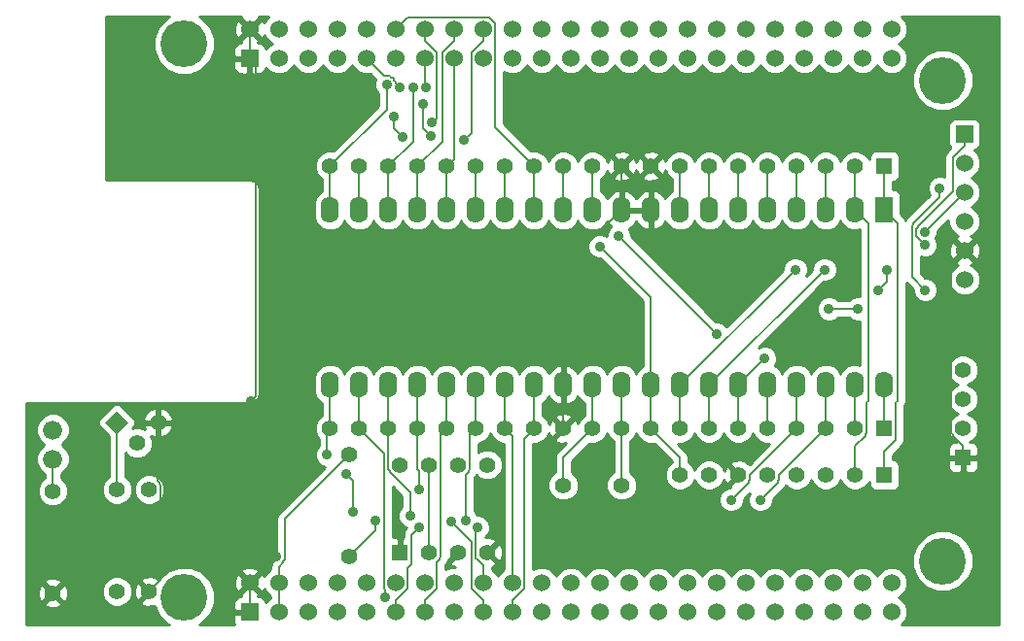
<source format=gtl>
G04 (created by PCBNEW-RS274X (2011-05-25)-stable) date Wed 02 Oct 2013 11:00:19 PM EDT*
G01*
G70*
G90*
%MOIN*%
G04 Gerber Fmt 3.4, Leading zero omitted, Abs format*
%FSLAX34Y34*%
G04 APERTURE LIST*
%ADD10C,0.006000*%
%ADD11R,0.055000X0.055000*%
%ADD12C,0.055000*%
%ADD13C,0.056000*%
%ADD14R,0.062000X0.090000*%
%ADD15O,0.062000X0.090000*%
%ADD16R,0.060000X0.060000*%
%ADD17C,0.060000*%
%ADD18C,0.066000*%
%ADD19C,0.160000*%
%ADD20C,0.035000*%
%ADD21C,0.008000*%
%ADD22C,0.010000*%
G04 APERTURE END LIST*
G54D10*
G54D11*
X52450Y-35450D03*
G54D12*
X52450Y-34450D03*
X52450Y-33450D03*
X52450Y-32450D03*
G54D13*
X40750Y-36400D03*
X38750Y-36400D03*
G54D14*
X49750Y-26950D03*
G54D15*
X48750Y-26950D03*
X47750Y-26950D03*
X46750Y-26950D03*
X45750Y-26950D03*
X44750Y-26950D03*
X43750Y-26950D03*
X42750Y-26950D03*
X41750Y-26950D03*
X40750Y-26950D03*
X39750Y-26950D03*
X38750Y-26950D03*
X37750Y-26950D03*
X36750Y-26950D03*
X35750Y-26950D03*
X34750Y-26950D03*
X33750Y-26950D03*
X32750Y-26950D03*
X31750Y-26950D03*
X30750Y-26950D03*
X30750Y-32950D03*
X31750Y-32950D03*
X32750Y-32950D03*
X33750Y-32950D03*
X34750Y-32950D03*
X35750Y-32950D03*
X36750Y-32950D03*
X37750Y-32950D03*
X38750Y-32950D03*
X39750Y-32950D03*
X40750Y-32950D03*
X41750Y-32950D03*
X42750Y-32950D03*
X43750Y-32950D03*
X44750Y-32950D03*
X45750Y-32950D03*
X46750Y-32950D03*
X47750Y-32950D03*
X48750Y-32950D03*
X49750Y-32950D03*
G54D12*
X31400Y-35350D03*
X31400Y-38850D03*
G54D16*
X28000Y-21750D03*
G54D17*
X28000Y-20750D03*
X33000Y-21750D03*
X29000Y-20750D03*
X34000Y-21750D03*
X30000Y-20750D03*
X35000Y-21750D03*
X31000Y-20750D03*
X36000Y-21750D03*
X32000Y-20750D03*
X37000Y-21750D03*
X33000Y-20750D03*
X38000Y-21750D03*
X34000Y-20750D03*
X39000Y-21750D03*
X35000Y-20750D03*
X40000Y-21750D03*
X36000Y-20750D03*
X41000Y-21750D03*
X37000Y-20750D03*
X42000Y-21750D03*
X38000Y-20750D03*
X43000Y-21750D03*
X39000Y-20750D03*
X40000Y-20750D03*
X44000Y-21750D03*
X41000Y-20750D03*
X43000Y-20750D03*
X44000Y-20750D03*
X45000Y-20750D03*
X46000Y-20750D03*
X45000Y-21750D03*
X46000Y-21750D03*
X29000Y-21750D03*
X30000Y-21750D03*
X31000Y-21750D03*
X32000Y-21750D03*
X47000Y-21750D03*
X47000Y-20750D03*
X42000Y-20750D03*
X48000Y-21750D03*
X48000Y-20750D03*
X49000Y-21750D03*
X49000Y-20750D03*
X50000Y-21750D03*
X50000Y-20750D03*
G54D16*
X28000Y-40750D03*
G54D17*
X28000Y-39750D03*
X33000Y-40750D03*
X29000Y-39750D03*
X34000Y-40750D03*
X30000Y-39750D03*
X35000Y-40750D03*
X31000Y-39750D03*
X36000Y-40750D03*
X32000Y-39750D03*
X37000Y-40750D03*
X33000Y-39750D03*
X38000Y-40750D03*
X34000Y-39750D03*
X39000Y-40750D03*
X35000Y-39750D03*
X40000Y-40750D03*
X36000Y-39750D03*
X41000Y-40750D03*
X37000Y-39750D03*
X42000Y-40750D03*
X38000Y-39750D03*
X43000Y-40750D03*
X39000Y-39750D03*
X40000Y-39750D03*
X44000Y-40750D03*
X41000Y-39750D03*
X43000Y-39750D03*
X44000Y-39750D03*
X45000Y-39750D03*
X46000Y-39750D03*
X45000Y-40750D03*
X46000Y-40750D03*
X29000Y-40750D03*
X30000Y-40750D03*
X31000Y-40750D03*
X32000Y-40750D03*
X47000Y-40750D03*
X47000Y-39750D03*
X42000Y-39750D03*
X48000Y-40750D03*
X48000Y-39750D03*
X49000Y-40750D03*
X49000Y-39750D03*
X50000Y-40750D03*
X50000Y-39750D03*
G54D11*
X33150Y-38700D03*
G54D12*
X34150Y-38700D03*
X35150Y-38700D03*
X36150Y-38700D03*
X36150Y-35700D03*
X35150Y-35700D03*
X34150Y-35700D03*
X33150Y-35700D03*
G54D11*
X49750Y-36050D03*
G54D12*
X48750Y-36050D03*
X47750Y-36050D03*
X46750Y-36050D03*
X45750Y-36050D03*
X44750Y-36050D03*
X43750Y-36050D03*
X42750Y-36050D03*
X21250Y-36600D03*
X21250Y-40100D03*
G54D18*
X21250Y-34500D03*
X21250Y-35500D03*
G54D10*
G36*
X23832Y-34250D02*
X23443Y-34639D01*
X23054Y-34250D01*
X23443Y-33861D01*
X23832Y-34250D01*
X23832Y-34250D01*
G37*
G54D12*
X24150Y-34957D03*
X24857Y-34250D03*
G54D11*
X49750Y-25450D03*
G54D12*
X48750Y-25450D03*
X47750Y-25450D03*
X46750Y-25450D03*
X45750Y-25450D03*
X44750Y-25450D03*
X43750Y-25450D03*
X42750Y-25450D03*
X41750Y-25450D03*
X40750Y-25450D03*
X39750Y-25450D03*
X38750Y-25450D03*
X37750Y-25450D03*
X36750Y-25450D03*
X35750Y-25450D03*
X34750Y-25450D03*
X33750Y-25450D03*
X32750Y-25450D03*
X31750Y-25450D03*
X30750Y-25450D03*
G54D11*
X49750Y-34450D03*
G54D12*
X48750Y-34450D03*
X47750Y-34450D03*
X46750Y-34450D03*
X45750Y-34450D03*
X44750Y-34450D03*
X43750Y-34450D03*
X42750Y-34450D03*
X41750Y-34450D03*
X40750Y-34450D03*
X39750Y-34450D03*
X38750Y-34450D03*
X37750Y-34450D03*
X36750Y-34450D03*
X35750Y-34450D03*
X34750Y-34450D03*
X33750Y-34450D03*
X32750Y-34450D03*
X31750Y-34450D03*
X30750Y-34450D03*
G54D19*
X25750Y-40250D03*
X51750Y-39000D03*
X51750Y-22500D03*
X25750Y-21250D03*
G54D12*
X23450Y-40050D03*
X23450Y-36550D03*
X24550Y-36550D03*
X24550Y-40050D03*
G54D16*
X52500Y-24350D03*
G54D17*
X52500Y-25350D03*
X52500Y-26350D03*
X52500Y-27350D03*
X52500Y-28350D03*
X52500Y-29350D03*
G54D20*
X40000Y-28200D03*
X40650Y-27850D03*
X44000Y-31200D03*
X32300Y-37600D03*
X45500Y-36900D03*
X44500Y-36900D03*
X49550Y-29700D03*
X49850Y-29000D03*
X51150Y-28150D03*
X45650Y-32050D03*
X47850Y-30350D03*
X48850Y-30350D03*
X51150Y-29700D03*
X51650Y-26200D03*
X47700Y-29000D03*
X51150Y-27700D03*
X46700Y-29000D03*
X28050Y-33500D03*
X28900Y-38850D03*
X32700Y-22650D03*
X34050Y-22750D03*
X34250Y-23950D03*
X33600Y-22750D03*
X35350Y-24550D03*
X33250Y-24450D03*
X32950Y-23750D03*
X34200Y-24400D03*
X33950Y-23300D03*
X33150Y-22750D03*
X33800Y-36550D03*
X34900Y-37650D03*
X33500Y-37450D03*
X35800Y-37850D03*
X32650Y-40250D03*
X30650Y-35350D03*
X31300Y-36000D03*
X31550Y-37300D03*
X35400Y-37600D03*
X33800Y-37850D03*
G54D21*
X40000Y-28200D02*
X41750Y-29950D01*
X41750Y-29950D02*
X41750Y-32950D01*
X31400Y-35350D02*
X29200Y-37550D01*
X29200Y-37550D02*
X29200Y-38950D01*
X29200Y-38950D02*
X29150Y-39000D01*
X29150Y-39000D02*
X29150Y-39050D01*
X29150Y-39050D02*
X29000Y-39200D01*
X29000Y-39200D02*
X29000Y-39750D01*
X41750Y-34450D02*
X42750Y-35450D01*
X42750Y-35450D02*
X42750Y-36050D01*
X41750Y-32950D02*
X41750Y-34450D01*
X38750Y-26950D02*
X38750Y-25450D01*
X29000Y-40750D02*
X29000Y-39750D01*
X40650Y-27850D02*
X44000Y-31200D01*
X39750Y-26950D02*
X39750Y-25450D01*
X47750Y-26950D02*
X47750Y-25450D01*
X49750Y-32950D02*
X49750Y-34450D01*
X40750Y-34450D02*
X40750Y-36400D01*
X40750Y-32950D02*
X40750Y-34450D01*
X39750Y-34450D02*
X38750Y-35450D01*
X38750Y-35450D02*
X38750Y-36400D01*
X39750Y-32950D02*
X39750Y-34450D01*
X48750Y-34450D02*
X48750Y-32950D01*
X31400Y-38850D02*
X32300Y-37950D01*
X32300Y-37950D02*
X32300Y-37600D01*
X47750Y-34450D02*
X46150Y-36050D01*
X46150Y-36050D02*
X46150Y-36200D01*
X46150Y-36200D02*
X46100Y-36250D01*
X46100Y-36250D02*
X46100Y-36300D01*
X46100Y-36300D02*
X45500Y-36900D01*
X47750Y-32950D02*
X47750Y-34450D01*
X46750Y-34450D02*
X45150Y-36050D01*
X45150Y-36050D02*
X45150Y-36200D01*
X45150Y-36200D02*
X45100Y-36250D01*
X45100Y-36250D02*
X45100Y-36300D01*
X45100Y-36300D02*
X44500Y-36900D01*
X46750Y-34450D02*
X46750Y-32950D01*
X49550Y-29700D02*
X49850Y-29400D01*
X49850Y-29400D02*
X49850Y-29000D01*
X51150Y-28150D02*
X50850Y-27850D01*
X50850Y-27850D02*
X50850Y-27600D01*
X50850Y-27600D02*
X50900Y-27550D01*
X50900Y-27550D02*
X50900Y-27500D01*
X50900Y-27500D02*
X52100Y-26300D01*
X52100Y-26300D02*
X52100Y-25150D01*
X52100Y-25150D02*
X52500Y-24750D01*
X52500Y-24750D02*
X52500Y-24350D01*
X45750Y-34450D02*
X45750Y-32950D01*
X44750Y-32950D02*
X45650Y-32050D01*
X47850Y-30350D02*
X48850Y-30350D01*
X51150Y-29700D02*
X50700Y-29250D01*
X50700Y-29250D02*
X50700Y-27500D01*
X50700Y-27500D02*
X50750Y-27450D01*
X50750Y-27450D02*
X50750Y-27400D01*
X50750Y-27400D02*
X51650Y-26500D01*
X51650Y-26500D02*
X51650Y-26200D01*
X44750Y-34450D02*
X44750Y-32950D01*
X43750Y-32950D02*
X47700Y-29000D01*
X51150Y-27700D02*
X52500Y-26350D01*
X43750Y-32950D02*
X43750Y-34450D01*
X42750Y-32950D02*
X46700Y-29000D01*
X42750Y-32950D02*
X42750Y-34450D01*
X28000Y-21750D02*
X28200Y-21950D01*
X28200Y-21950D02*
X28200Y-33350D01*
X28200Y-33350D02*
X28050Y-33500D01*
X40750Y-26950D02*
X38750Y-28950D01*
X38750Y-28950D02*
X38750Y-32950D01*
X28000Y-39750D02*
X28900Y-38850D01*
X52500Y-28350D02*
X52050Y-28800D01*
X52050Y-28800D02*
X52050Y-34600D01*
X52050Y-34600D02*
X52100Y-34650D01*
X52100Y-34650D02*
X52100Y-34700D01*
X52100Y-34700D02*
X52450Y-35050D01*
X52450Y-35050D02*
X52450Y-35450D01*
X24550Y-40050D02*
X24950Y-39650D01*
X24950Y-39650D02*
X24950Y-36400D01*
X24950Y-36400D02*
X24900Y-36350D01*
X24900Y-36350D02*
X24900Y-36300D01*
X24900Y-36300D02*
X24850Y-36250D01*
X24850Y-36250D02*
X24850Y-34250D01*
X24850Y-34250D02*
X24857Y-34250D01*
X34150Y-38700D02*
X34150Y-35700D01*
X40750Y-25450D02*
X40750Y-26950D01*
X38750Y-32950D02*
X38750Y-34450D01*
X28000Y-40750D02*
X28000Y-39750D01*
X28000Y-20750D02*
X28000Y-21750D01*
X30750Y-25450D02*
X32700Y-23500D01*
X32700Y-23500D02*
X32700Y-22650D01*
X30750Y-25450D02*
X30750Y-26950D01*
X34050Y-22750D02*
X34000Y-22700D01*
X34000Y-22700D02*
X34000Y-21750D01*
X36750Y-25450D02*
X36750Y-26950D01*
X34250Y-23950D02*
X34400Y-23800D01*
X34400Y-23800D02*
X34400Y-21550D01*
X34400Y-21550D02*
X34000Y-21150D01*
X34000Y-21150D02*
X34000Y-20750D01*
X35750Y-25450D02*
X35750Y-26950D01*
X32750Y-25450D02*
X33600Y-24600D01*
X33600Y-24600D02*
X33600Y-22750D01*
X32750Y-25450D02*
X32750Y-26950D01*
X37750Y-25450D02*
X36400Y-24100D01*
X36400Y-24100D02*
X36400Y-20550D01*
X36400Y-20550D02*
X36200Y-20350D01*
X36200Y-20350D02*
X33400Y-20350D01*
X33400Y-20350D02*
X33000Y-20750D01*
X37750Y-25450D02*
X37750Y-26950D01*
X42750Y-26950D02*
X42750Y-25450D01*
X33750Y-25450D02*
X34600Y-24600D01*
X34600Y-24600D02*
X34600Y-21550D01*
X34600Y-21550D02*
X35000Y-21150D01*
X35000Y-21150D02*
X35000Y-20750D01*
X33750Y-26950D02*
X33750Y-25450D01*
X34750Y-25450D02*
X35000Y-25200D01*
X35000Y-25200D02*
X35000Y-21750D01*
X34750Y-26950D02*
X34750Y-25450D01*
X35350Y-24550D02*
X35600Y-24300D01*
X35600Y-24300D02*
X35600Y-21550D01*
X35600Y-21550D02*
X36000Y-21150D01*
X36000Y-21150D02*
X36000Y-20750D01*
X31750Y-26950D02*
X31750Y-25450D01*
X33250Y-24450D02*
X32950Y-24150D01*
X32950Y-24150D02*
X32950Y-23750D01*
X46750Y-25450D02*
X46750Y-26950D01*
X45750Y-26950D02*
X45750Y-25450D01*
X43750Y-26950D02*
X43750Y-25450D01*
X34200Y-24400D02*
X33950Y-24150D01*
X33950Y-24150D02*
X33950Y-23300D01*
X33150Y-22750D02*
X33000Y-22600D01*
X33000Y-22600D02*
X33000Y-22550D01*
X33000Y-22550D02*
X32950Y-22500D01*
X32950Y-22500D02*
X32950Y-22450D01*
X32950Y-22450D02*
X32900Y-22400D01*
X32900Y-22400D02*
X32850Y-22400D01*
X32850Y-22400D02*
X32800Y-22350D01*
X32800Y-22350D02*
X32600Y-22350D01*
X32600Y-22350D02*
X32000Y-21750D01*
X44750Y-26950D02*
X44750Y-25450D01*
X37750Y-34450D02*
X37400Y-34800D01*
X37400Y-34800D02*
X37400Y-39950D01*
X37400Y-39950D02*
X37000Y-40350D01*
X37000Y-40350D02*
X37000Y-40750D01*
X37750Y-34450D02*
X37750Y-32950D01*
X36750Y-34450D02*
X37000Y-34700D01*
X37000Y-34700D02*
X37000Y-39750D01*
X36750Y-34450D02*
X36750Y-32950D01*
X49750Y-26950D02*
X50200Y-27400D01*
X50200Y-27400D02*
X50200Y-33500D01*
X50200Y-33500D02*
X50150Y-33550D01*
X50150Y-33550D02*
X50150Y-34850D01*
X50150Y-34850D02*
X49750Y-35250D01*
X49750Y-35250D02*
X49750Y-36050D01*
X49750Y-26950D02*
X49750Y-25450D01*
X48750Y-26950D02*
X49200Y-27400D01*
X49200Y-27400D02*
X49200Y-33500D01*
X49200Y-33500D02*
X49150Y-33550D01*
X49150Y-33550D02*
X49150Y-34600D01*
X49150Y-34600D02*
X49100Y-34650D01*
X49100Y-34650D02*
X49100Y-34700D01*
X49100Y-34700D02*
X48750Y-35050D01*
X48750Y-35050D02*
X48750Y-36050D01*
X48750Y-26950D02*
X48750Y-25450D01*
X21250Y-35500D02*
X21250Y-36600D01*
X23450Y-36550D02*
X23450Y-34250D01*
X23450Y-34250D02*
X23443Y-34250D01*
X33750Y-34450D02*
X33750Y-35850D01*
X33750Y-35850D02*
X33800Y-35900D01*
X33800Y-35900D02*
X33800Y-36550D01*
X34900Y-37650D02*
X35600Y-38350D01*
X35600Y-38350D02*
X35600Y-39950D01*
X35600Y-39950D02*
X36000Y-40350D01*
X36000Y-40350D02*
X36000Y-40750D01*
X33750Y-32950D02*
X33750Y-34450D01*
X32750Y-34450D02*
X32750Y-35850D01*
X32750Y-35850D02*
X32800Y-35900D01*
X32800Y-35900D02*
X32800Y-35950D01*
X32800Y-35950D02*
X33500Y-36650D01*
X33500Y-36650D02*
X33500Y-37450D01*
X35800Y-37850D02*
X35750Y-37900D01*
X35750Y-37900D02*
X35750Y-38850D01*
X35750Y-38850D02*
X35750Y-38900D01*
X35750Y-38900D02*
X35800Y-38950D01*
X35800Y-38950D02*
X36000Y-39150D01*
X36000Y-39150D02*
X36000Y-39750D01*
X32750Y-32950D02*
X32750Y-34450D01*
X31750Y-34450D02*
X32600Y-35300D01*
X32600Y-35300D02*
X32600Y-39950D01*
X32600Y-39950D02*
X32650Y-40000D01*
X32650Y-40000D02*
X32650Y-40250D01*
X31750Y-34450D02*
X31750Y-32950D01*
X30750Y-34450D02*
X30650Y-34550D01*
X30650Y-34550D02*
X30650Y-35350D01*
X31300Y-36000D02*
X31550Y-36250D01*
X31550Y-36250D02*
X31550Y-37300D01*
X30750Y-34450D02*
X30750Y-32950D01*
X35750Y-34450D02*
X35550Y-34650D01*
X35550Y-34650D02*
X35550Y-35850D01*
X35550Y-35850D02*
X35500Y-35900D01*
X35500Y-35900D02*
X35500Y-35950D01*
X35500Y-35950D02*
X35400Y-36050D01*
X35400Y-36050D02*
X35400Y-37600D01*
X33800Y-37850D02*
X33550Y-38100D01*
X33550Y-38100D02*
X33550Y-39100D01*
X33550Y-39100D02*
X33400Y-39250D01*
X33400Y-39250D02*
X33400Y-39950D01*
X33400Y-39950D02*
X33000Y-40350D01*
X33000Y-40350D02*
X33000Y-40750D01*
X35750Y-34450D02*
X35750Y-32950D01*
X34750Y-34450D02*
X34550Y-34650D01*
X34550Y-34650D02*
X34550Y-38850D01*
X34550Y-38850D02*
X34500Y-38900D01*
X34500Y-38900D02*
X34500Y-38950D01*
X34500Y-38950D02*
X34400Y-39050D01*
X34400Y-39050D02*
X34400Y-39950D01*
X34400Y-39950D02*
X34000Y-40350D01*
X34000Y-40350D02*
X34000Y-40750D01*
X34750Y-34450D02*
X34750Y-32950D01*
G54D10*
G36*
X33375Y-37865D02*
X33345Y-37895D01*
X33282Y-37989D01*
X33260Y-38100D01*
X33260Y-38177D01*
X33200Y-38237D01*
X33200Y-38600D01*
X33200Y-38650D01*
X33200Y-38750D01*
X33100Y-38750D01*
X33100Y-38650D01*
X33100Y-38600D01*
X33100Y-38237D01*
X33038Y-38175D01*
X32890Y-38175D01*
X32890Y-36450D01*
X33210Y-36770D01*
X33210Y-37139D01*
X33140Y-37209D01*
X33075Y-37365D01*
X33075Y-37534D01*
X33139Y-37690D01*
X33259Y-37810D01*
X33375Y-37858D01*
X33375Y-37865D01*
X33375Y-37865D01*
G37*
G54D22*
X33375Y-37865D02*
X33345Y-37895D01*
X33282Y-37989D01*
X33260Y-38100D01*
X33260Y-38177D01*
X33200Y-38237D01*
X33200Y-38600D01*
X33200Y-38650D01*
X33200Y-38750D01*
X33100Y-38750D01*
X33100Y-38650D01*
X33100Y-38600D01*
X33100Y-38237D01*
X33038Y-38175D01*
X32890Y-38175D01*
X32890Y-36450D01*
X33210Y-36770D01*
X33210Y-37139D01*
X33140Y-37209D01*
X33075Y-37365D01*
X33075Y-37534D01*
X33139Y-37690D01*
X33259Y-37810D01*
X33375Y-37858D01*
X33375Y-37865D01*
G54D10*
G36*
X34221Y-35700D02*
X34150Y-35771D01*
X34079Y-35700D01*
X34150Y-35629D01*
X34221Y-35700D01*
X34221Y-35700D01*
G37*
G54D22*
X34221Y-35700D02*
X34150Y-35771D01*
X34079Y-35700D01*
X34150Y-35629D01*
X34221Y-35700D01*
G54D10*
G36*
X34221Y-38700D02*
X34150Y-38771D01*
X34079Y-38700D01*
X34150Y-38629D01*
X34221Y-38700D01*
X34221Y-38700D01*
G37*
G54D22*
X34221Y-38700D02*
X34150Y-38771D01*
X34079Y-38700D01*
X34150Y-38629D01*
X34221Y-38700D01*
G54D10*
G36*
X35221Y-38700D02*
X35150Y-38771D01*
X35115Y-38806D01*
X34860Y-39061D01*
X34883Y-39152D01*
X35024Y-39201D01*
X34891Y-39201D01*
X34690Y-39284D01*
X34690Y-39170D01*
X34705Y-39155D01*
X34768Y-39061D01*
X34775Y-39025D01*
X34775Y-39024D01*
X34796Y-38993D01*
X34817Y-38962D01*
X34818Y-38961D01*
X35044Y-38735D01*
X35079Y-38700D01*
X35150Y-38629D01*
X35221Y-38700D01*
X35221Y-38700D01*
G37*
G54D22*
X35221Y-38700D02*
X35150Y-38771D01*
X35115Y-38806D01*
X34860Y-39061D01*
X34883Y-39152D01*
X35024Y-39201D01*
X34891Y-39201D01*
X34690Y-39284D01*
X34690Y-39170D01*
X34705Y-39155D01*
X34768Y-39061D01*
X34775Y-39025D01*
X34775Y-39024D01*
X34796Y-38993D01*
X34817Y-38962D01*
X34818Y-38961D01*
X35044Y-38735D01*
X35079Y-38700D01*
X35150Y-38629D01*
X35221Y-38700D01*
G54D10*
G36*
X36710Y-39276D02*
X36689Y-39285D01*
X36669Y-39305D01*
X36669Y-38774D01*
X36658Y-38570D01*
X36602Y-38433D01*
X36511Y-38410D01*
X36221Y-38700D01*
X36511Y-38990D01*
X36602Y-38967D01*
X36669Y-38774D01*
X36669Y-39305D01*
X36535Y-39439D01*
X36500Y-39523D01*
X36465Y-39439D01*
X36311Y-39285D01*
X36290Y-39276D01*
X36290Y-39203D01*
X36417Y-39152D01*
X36440Y-39061D01*
X36185Y-38806D01*
X36150Y-38771D01*
X36079Y-38700D01*
X36150Y-38629D01*
X36185Y-38594D01*
X36440Y-38339D01*
X36417Y-38248D01*
X36224Y-38181D01*
X36061Y-38189D01*
X36160Y-38091D01*
X36225Y-37935D01*
X36225Y-37766D01*
X36161Y-37610D01*
X36041Y-37490D01*
X35885Y-37425D01*
X35787Y-37425D01*
X35761Y-37360D01*
X35690Y-37289D01*
X35690Y-36170D01*
X35705Y-36155D01*
X35768Y-36061D01*
X35852Y-36145D01*
X36045Y-36225D01*
X36254Y-36225D01*
X36447Y-36145D01*
X36595Y-35998D01*
X36675Y-35805D01*
X36675Y-35596D01*
X36595Y-35403D01*
X36448Y-35255D01*
X36255Y-35175D01*
X36046Y-35175D01*
X35853Y-35255D01*
X35840Y-35267D01*
X35840Y-34975D01*
X35854Y-34975D01*
X36047Y-34895D01*
X36195Y-34748D01*
X36250Y-34614D01*
X36305Y-34747D01*
X36452Y-34895D01*
X36645Y-34975D01*
X36710Y-34975D01*
X36710Y-39276D01*
X36710Y-39276D01*
G37*
G54D22*
X36710Y-39276D02*
X36689Y-39285D01*
X36669Y-39305D01*
X36669Y-38774D01*
X36658Y-38570D01*
X36602Y-38433D01*
X36511Y-38410D01*
X36221Y-38700D01*
X36511Y-38990D01*
X36602Y-38967D01*
X36669Y-38774D01*
X36669Y-39305D01*
X36535Y-39439D01*
X36500Y-39523D01*
X36465Y-39439D01*
X36311Y-39285D01*
X36290Y-39276D01*
X36290Y-39203D01*
X36417Y-39152D01*
X36440Y-39061D01*
X36185Y-38806D01*
X36150Y-38771D01*
X36079Y-38700D01*
X36150Y-38629D01*
X36185Y-38594D01*
X36440Y-38339D01*
X36417Y-38248D01*
X36224Y-38181D01*
X36061Y-38189D01*
X36160Y-38091D01*
X36225Y-37935D01*
X36225Y-37766D01*
X36161Y-37610D01*
X36041Y-37490D01*
X35885Y-37425D01*
X35787Y-37425D01*
X35761Y-37360D01*
X35690Y-37289D01*
X35690Y-36170D01*
X35705Y-36155D01*
X35768Y-36061D01*
X35852Y-36145D01*
X36045Y-36225D01*
X36254Y-36225D01*
X36447Y-36145D01*
X36595Y-35998D01*
X36675Y-35805D01*
X36675Y-35596D01*
X36595Y-35403D01*
X36448Y-35255D01*
X36255Y-35175D01*
X36046Y-35175D01*
X35853Y-35255D01*
X35840Y-35267D01*
X35840Y-34975D01*
X35854Y-34975D01*
X36047Y-34895D01*
X36195Y-34748D01*
X36250Y-34614D01*
X36305Y-34747D01*
X36452Y-34895D01*
X36645Y-34975D01*
X36710Y-34975D01*
X36710Y-39276D01*
G54D10*
G36*
X53675Y-41175D02*
X53049Y-41175D01*
X53049Y-29459D01*
X53049Y-29241D01*
X53043Y-29226D01*
X53043Y-28429D01*
X53032Y-28216D01*
X52972Y-28069D01*
X52878Y-28042D01*
X52571Y-28350D01*
X52878Y-28658D01*
X52972Y-28631D01*
X53043Y-28429D01*
X53043Y-29226D01*
X52965Y-29039D01*
X52811Y-28885D01*
X52719Y-28847D01*
X52781Y-28822D01*
X52808Y-28728D01*
X52500Y-28421D01*
X52429Y-28491D01*
X52429Y-28350D01*
X52122Y-28042D01*
X52028Y-28069D01*
X51957Y-28271D01*
X51968Y-28484D01*
X52028Y-28631D01*
X52122Y-28658D01*
X52429Y-28350D01*
X52429Y-28491D01*
X52192Y-28728D01*
X52219Y-28822D01*
X52284Y-28845D01*
X52189Y-28885D01*
X52035Y-29039D01*
X51951Y-29241D01*
X51951Y-29459D01*
X52035Y-29661D01*
X52189Y-29815D01*
X52391Y-29899D01*
X52609Y-29899D01*
X52811Y-29815D01*
X52965Y-29661D01*
X53049Y-29459D01*
X53049Y-41175D01*
X52975Y-41175D01*
X52975Y-35562D01*
X52975Y-35338D01*
X52974Y-35126D01*
X52936Y-35034D01*
X52866Y-34964D01*
X52775Y-34926D01*
X52676Y-34926D01*
X52672Y-34925D01*
X52747Y-34895D01*
X52895Y-34748D01*
X52975Y-34555D01*
X52975Y-34346D01*
X52895Y-34153D01*
X52748Y-34005D01*
X52614Y-33949D01*
X52747Y-33895D01*
X52895Y-33748D01*
X52975Y-33555D01*
X52975Y-33346D01*
X52895Y-33153D01*
X52748Y-33005D01*
X52614Y-32949D01*
X52747Y-32895D01*
X52895Y-32748D01*
X52975Y-32555D01*
X52975Y-32346D01*
X52895Y-32153D01*
X52748Y-32005D01*
X52555Y-31925D01*
X52346Y-31925D01*
X52153Y-32005D01*
X52005Y-32152D01*
X51925Y-32345D01*
X51925Y-32554D01*
X52005Y-32747D01*
X52152Y-32895D01*
X52285Y-32950D01*
X52153Y-33005D01*
X52005Y-33152D01*
X51925Y-33345D01*
X51925Y-33554D01*
X52005Y-33747D01*
X52152Y-33895D01*
X52285Y-33950D01*
X52153Y-34005D01*
X52005Y-34152D01*
X51925Y-34345D01*
X51925Y-34554D01*
X52005Y-34747D01*
X52152Y-34895D01*
X52226Y-34925D01*
X52224Y-34926D01*
X52125Y-34926D01*
X52034Y-34964D01*
X51964Y-35034D01*
X51926Y-35126D01*
X51925Y-35338D01*
X51987Y-35400D01*
X52350Y-35400D01*
X52400Y-35400D01*
X52500Y-35400D01*
X52550Y-35400D01*
X52913Y-35400D01*
X52975Y-35338D01*
X52975Y-35562D01*
X52913Y-35500D01*
X52500Y-35500D01*
X52500Y-35913D01*
X52562Y-35975D01*
X52676Y-35974D01*
X52775Y-35974D01*
X52866Y-35936D01*
X52936Y-35866D01*
X52974Y-35774D01*
X52975Y-35562D01*
X52975Y-41175D01*
X52800Y-41175D01*
X52800Y-39210D01*
X52800Y-38792D01*
X52640Y-38406D01*
X52400Y-38165D01*
X52400Y-35913D01*
X52400Y-35500D01*
X51987Y-35500D01*
X51925Y-35562D01*
X51926Y-35774D01*
X51964Y-35866D01*
X52034Y-35936D01*
X52125Y-35974D01*
X52224Y-35974D01*
X52338Y-35975D01*
X52400Y-35913D01*
X52400Y-38165D01*
X52345Y-38110D01*
X51960Y-37950D01*
X51542Y-37950D01*
X51156Y-38110D01*
X50860Y-38405D01*
X50700Y-38790D01*
X50700Y-39208D01*
X50860Y-39594D01*
X51155Y-39890D01*
X51540Y-40050D01*
X51958Y-40050D01*
X52344Y-39890D01*
X52640Y-39595D01*
X52800Y-39210D01*
X52800Y-41175D01*
X50351Y-41175D01*
X50465Y-41061D01*
X50549Y-40859D01*
X50549Y-40641D01*
X50465Y-40439D01*
X50311Y-40285D01*
X50226Y-40250D01*
X50311Y-40215D01*
X50465Y-40061D01*
X50549Y-39859D01*
X50549Y-39641D01*
X50465Y-39439D01*
X50311Y-39285D01*
X50109Y-39201D01*
X49891Y-39201D01*
X49689Y-39285D01*
X49535Y-39439D01*
X49500Y-39523D01*
X49465Y-39439D01*
X49311Y-39285D01*
X49109Y-39201D01*
X48891Y-39201D01*
X48689Y-39285D01*
X48535Y-39439D01*
X48500Y-39523D01*
X48465Y-39439D01*
X48311Y-39285D01*
X48109Y-39201D01*
X47891Y-39201D01*
X47689Y-39285D01*
X47535Y-39439D01*
X47500Y-39523D01*
X47465Y-39439D01*
X47311Y-39285D01*
X47109Y-39201D01*
X46891Y-39201D01*
X46689Y-39285D01*
X46535Y-39439D01*
X46500Y-39523D01*
X46465Y-39439D01*
X46311Y-39285D01*
X46109Y-39201D01*
X45891Y-39201D01*
X45689Y-39285D01*
X45535Y-39439D01*
X45500Y-39523D01*
X45465Y-39439D01*
X45311Y-39285D01*
X45109Y-39201D01*
X44891Y-39201D01*
X44689Y-39285D01*
X44535Y-39439D01*
X44500Y-39523D01*
X44465Y-39439D01*
X44311Y-39285D01*
X44109Y-39201D01*
X43891Y-39201D01*
X43689Y-39285D01*
X43535Y-39439D01*
X43500Y-39523D01*
X43465Y-39439D01*
X43311Y-39285D01*
X43109Y-39201D01*
X42891Y-39201D01*
X42689Y-39285D01*
X42535Y-39439D01*
X42500Y-39523D01*
X42465Y-39439D01*
X42311Y-39285D01*
X42109Y-39201D01*
X41891Y-39201D01*
X41689Y-39285D01*
X41535Y-39439D01*
X41500Y-39523D01*
X41465Y-39439D01*
X41311Y-39285D01*
X41109Y-39201D01*
X40891Y-39201D01*
X40689Y-39285D01*
X40535Y-39439D01*
X40500Y-39523D01*
X40465Y-39439D01*
X40311Y-39285D01*
X40109Y-39201D01*
X39891Y-39201D01*
X39689Y-39285D01*
X39535Y-39439D01*
X39500Y-39523D01*
X39465Y-39439D01*
X39311Y-39285D01*
X39109Y-39201D01*
X38891Y-39201D01*
X38689Y-39285D01*
X38535Y-39439D01*
X38500Y-39523D01*
X38465Y-39439D01*
X38311Y-39285D01*
X38109Y-39201D01*
X37891Y-39201D01*
X37690Y-39284D01*
X37690Y-34975D01*
X37854Y-34975D01*
X38047Y-34895D01*
X38195Y-34748D01*
X38253Y-34607D01*
X38298Y-34717D01*
X38389Y-34740D01*
X38679Y-34450D01*
X38389Y-34160D01*
X38298Y-34183D01*
X38256Y-34301D01*
X38195Y-34153D01*
X38048Y-34005D01*
X38040Y-34001D01*
X38040Y-33576D01*
X38061Y-33568D01*
X38215Y-33414D01*
X38248Y-33334D01*
X38368Y-33500D01*
X38554Y-33615D01*
X38613Y-33632D01*
X38700Y-33585D01*
X38700Y-33050D01*
X38700Y-33000D01*
X38700Y-32900D01*
X38700Y-32850D01*
X38700Y-32315D01*
X38613Y-32268D01*
X38554Y-32285D01*
X38368Y-32400D01*
X38248Y-32565D01*
X38215Y-32486D01*
X38061Y-32332D01*
X37859Y-32248D01*
X37641Y-32248D01*
X37439Y-32332D01*
X37285Y-32486D01*
X37250Y-32570D01*
X37215Y-32486D01*
X37061Y-32332D01*
X36859Y-32248D01*
X36641Y-32248D01*
X36439Y-32332D01*
X36285Y-32486D01*
X36250Y-32570D01*
X36215Y-32486D01*
X36061Y-32332D01*
X35859Y-32248D01*
X35641Y-32248D01*
X35439Y-32332D01*
X35285Y-32486D01*
X35250Y-32570D01*
X35215Y-32486D01*
X35061Y-32332D01*
X34859Y-32248D01*
X34641Y-32248D01*
X34439Y-32332D01*
X34285Y-32486D01*
X34250Y-32570D01*
X34215Y-32486D01*
X34061Y-32332D01*
X33859Y-32248D01*
X33641Y-32248D01*
X33439Y-32332D01*
X33285Y-32486D01*
X33250Y-32570D01*
X33215Y-32486D01*
X33061Y-32332D01*
X32859Y-32248D01*
X32641Y-32248D01*
X32439Y-32332D01*
X32285Y-32486D01*
X32250Y-32570D01*
X32215Y-32486D01*
X32061Y-32332D01*
X31859Y-32248D01*
X31641Y-32248D01*
X31439Y-32332D01*
X31285Y-32486D01*
X31250Y-32570D01*
X31215Y-32486D01*
X31061Y-32332D01*
X30859Y-32248D01*
X30641Y-32248D01*
X30439Y-32332D01*
X30285Y-32486D01*
X30201Y-32688D01*
X30201Y-32906D01*
X30201Y-33212D01*
X30285Y-33414D01*
X30439Y-33568D01*
X30460Y-33576D01*
X30460Y-34002D01*
X30453Y-34005D01*
X30305Y-34152D01*
X30225Y-34345D01*
X30225Y-34554D01*
X30305Y-34747D01*
X30360Y-34802D01*
X30360Y-35039D01*
X30290Y-35109D01*
X30225Y-35265D01*
X30225Y-35434D01*
X30289Y-35590D01*
X30409Y-35710D01*
X30565Y-35775D01*
X28995Y-37345D01*
X28932Y-37439D01*
X28910Y-37550D01*
X28910Y-38847D01*
X28882Y-38889D01*
X28877Y-38912D01*
X28795Y-38995D01*
X28732Y-39089D01*
X28710Y-39200D01*
X28710Y-39276D01*
X28689Y-39285D01*
X28535Y-39439D01*
X28497Y-39530D01*
X28472Y-39469D01*
X28378Y-39442D01*
X28308Y-39512D01*
X28308Y-39372D01*
X28281Y-39278D01*
X28079Y-39207D01*
X27866Y-39218D01*
X27719Y-39278D01*
X27692Y-39372D01*
X28000Y-39679D01*
X28308Y-39372D01*
X28308Y-39512D01*
X28071Y-39750D01*
X28378Y-40058D01*
X28472Y-40031D01*
X28495Y-39965D01*
X28535Y-40061D01*
X28689Y-40215D01*
X28710Y-40223D01*
X28710Y-40276D01*
X28689Y-40285D01*
X28549Y-40425D01*
X28549Y-40400D01*
X28511Y-40309D01*
X28441Y-40239D01*
X28349Y-40201D01*
X28287Y-40200D01*
X28308Y-40128D01*
X28000Y-39821D01*
X27929Y-39891D01*
X27929Y-39750D01*
X27622Y-39442D01*
X27528Y-39469D01*
X27457Y-39671D01*
X27468Y-39884D01*
X27528Y-40031D01*
X27622Y-40058D01*
X27929Y-39750D01*
X27929Y-39891D01*
X27692Y-40128D01*
X27712Y-40200D01*
X27651Y-40201D01*
X27559Y-40239D01*
X27489Y-40309D01*
X27451Y-40400D01*
X27451Y-40499D01*
X27450Y-40638D01*
X27512Y-40700D01*
X27900Y-40700D01*
X27950Y-40700D01*
X28050Y-40700D01*
X28050Y-40800D01*
X27950Y-40800D01*
X27900Y-40800D01*
X27512Y-40800D01*
X27450Y-40862D01*
X27451Y-41001D01*
X27451Y-41100D01*
X27482Y-41175D01*
X26259Y-41175D01*
X26344Y-41140D01*
X26640Y-40845D01*
X26800Y-40460D01*
X26800Y-40042D01*
X26640Y-39656D01*
X26345Y-39360D01*
X25960Y-39200D01*
X25542Y-39200D01*
X25365Y-39273D01*
X25365Y-34381D01*
X25365Y-34119D01*
X25276Y-33935D01*
X25124Y-33799D01*
X24988Y-33742D01*
X24907Y-33790D01*
X24907Y-34200D01*
X25317Y-34200D01*
X25365Y-34119D01*
X25365Y-34381D01*
X25317Y-34300D01*
X24907Y-34300D01*
X24907Y-34710D01*
X24988Y-34758D01*
X25172Y-34669D01*
X25308Y-34517D01*
X25365Y-34381D01*
X25365Y-39273D01*
X25156Y-39360D01*
X25075Y-39440D01*
X25075Y-36655D01*
X25075Y-36446D01*
X24995Y-36253D01*
X24892Y-36149D01*
X24892Y-34356D01*
X24807Y-34271D01*
X24807Y-34200D01*
X24807Y-33790D01*
X24726Y-33742D01*
X24542Y-33831D01*
X24406Y-33983D01*
X24349Y-34119D01*
X24397Y-34200D01*
X24807Y-34200D01*
X24807Y-34271D01*
X24751Y-34215D01*
X24666Y-34300D01*
X24397Y-34300D01*
X24349Y-34381D01*
X24403Y-34493D01*
X24255Y-34432D01*
X24046Y-34432D01*
X23970Y-34463D01*
X24043Y-34391D01*
X24081Y-34299D01*
X24081Y-34201D01*
X24043Y-34109D01*
X23973Y-34039D01*
X23584Y-33650D01*
X23492Y-33612D01*
X23394Y-33612D01*
X23302Y-33650D01*
X23232Y-33720D01*
X22843Y-34109D01*
X22805Y-34201D01*
X22805Y-34299D01*
X22843Y-34391D01*
X22913Y-34461D01*
X23160Y-34708D01*
X23160Y-36102D01*
X23153Y-36105D01*
X23005Y-36252D01*
X22925Y-36445D01*
X22925Y-36654D01*
X23005Y-36847D01*
X23152Y-36995D01*
X23345Y-37075D01*
X23554Y-37075D01*
X23747Y-36995D01*
X23895Y-36848D01*
X23975Y-36655D01*
X23975Y-36446D01*
X23895Y-36253D01*
X23748Y-36105D01*
X23740Y-36101D01*
X23740Y-35289D01*
X23852Y-35402D01*
X24045Y-35482D01*
X24254Y-35482D01*
X24447Y-35402D01*
X24595Y-35255D01*
X24675Y-35062D01*
X24675Y-34853D01*
X24616Y-34712D01*
X24726Y-34758D01*
X24807Y-34710D01*
X24807Y-34441D01*
X24892Y-34356D01*
X24892Y-36149D01*
X24848Y-36105D01*
X24807Y-36088D01*
X24655Y-36025D01*
X24446Y-36025D01*
X24253Y-36105D01*
X24105Y-36252D01*
X24025Y-36445D01*
X24025Y-36654D01*
X24105Y-36847D01*
X24252Y-36995D01*
X24445Y-37075D01*
X24654Y-37075D01*
X24847Y-36995D01*
X24995Y-36848D01*
X25075Y-36655D01*
X25075Y-39440D01*
X24885Y-39630D01*
X24857Y-39602D01*
X24825Y-39633D01*
X24817Y-39598D01*
X24624Y-39531D01*
X24420Y-39542D01*
X24283Y-39598D01*
X24260Y-39689D01*
X24515Y-39944D01*
X24550Y-39979D01*
X24621Y-40050D01*
X24550Y-40121D01*
X24515Y-40156D01*
X24479Y-40192D01*
X24479Y-40050D01*
X24189Y-39760D01*
X24098Y-39783D01*
X24031Y-39976D01*
X24042Y-40180D01*
X24098Y-40317D01*
X24189Y-40340D01*
X24479Y-40050D01*
X24479Y-40192D01*
X24260Y-40411D01*
X24283Y-40502D01*
X24476Y-40569D01*
X24680Y-40558D01*
X24732Y-40536D01*
X24860Y-40844D01*
X25155Y-41140D01*
X25239Y-41175D01*
X23975Y-41175D01*
X23975Y-40155D01*
X23975Y-39946D01*
X23895Y-39753D01*
X23748Y-39605D01*
X23555Y-39525D01*
X23346Y-39525D01*
X23153Y-39605D01*
X23005Y-39752D01*
X22925Y-39945D01*
X22925Y-40154D01*
X23005Y-40347D01*
X23152Y-40495D01*
X23345Y-40575D01*
X23554Y-40575D01*
X23747Y-40495D01*
X23895Y-40348D01*
X23975Y-40155D01*
X23975Y-41175D01*
X21830Y-41175D01*
X21830Y-35616D01*
X21830Y-35385D01*
X21742Y-35172D01*
X21579Y-35009D01*
X21558Y-35000D01*
X21578Y-34992D01*
X21741Y-34829D01*
X21830Y-34616D01*
X21830Y-34385D01*
X21742Y-34172D01*
X21579Y-34009D01*
X21366Y-33920D01*
X21135Y-33920D01*
X20922Y-34008D01*
X20759Y-34171D01*
X20670Y-34384D01*
X20670Y-34615D01*
X20758Y-34828D01*
X20921Y-34991D01*
X20941Y-34999D01*
X20922Y-35008D01*
X20759Y-35171D01*
X20670Y-35384D01*
X20670Y-35615D01*
X20758Y-35828D01*
X20921Y-35991D01*
X20960Y-36007D01*
X20960Y-36152D01*
X20953Y-36155D01*
X20805Y-36302D01*
X20725Y-36495D01*
X20725Y-36704D01*
X20805Y-36897D01*
X20952Y-37045D01*
X21145Y-37125D01*
X21354Y-37125D01*
X21547Y-37045D01*
X21695Y-36898D01*
X21775Y-36705D01*
X21775Y-36496D01*
X21695Y-36303D01*
X21548Y-36155D01*
X21540Y-36151D01*
X21540Y-36007D01*
X21578Y-35992D01*
X21741Y-35829D01*
X21830Y-35616D01*
X21830Y-41175D01*
X21769Y-41175D01*
X21769Y-40174D01*
X21758Y-39970D01*
X21702Y-39833D01*
X21611Y-39810D01*
X21540Y-39881D01*
X21540Y-39739D01*
X21517Y-39648D01*
X21324Y-39581D01*
X21120Y-39592D01*
X20983Y-39648D01*
X20960Y-39739D01*
X21250Y-40029D01*
X21540Y-39739D01*
X21540Y-39881D01*
X21321Y-40100D01*
X21611Y-40390D01*
X21702Y-40367D01*
X21769Y-40174D01*
X21769Y-41175D01*
X21540Y-41175D01*
X21540Y-40461D01*
X21250Y-40171D01*
X21179Y-40242D01*
X21179Y-40100D01*
X20889Y-39810D01*
X20798Y-39833D01*
X20731Y-40026D01*
X20742Y-40230D01*
X20798Y-40367D01*
X20889Y-40390D01*
X21179Y-40100D01*
X21179Y-40242D01*
X20960Y-40461D01*
X20983Y-40552D01*
X21176Y-40619D01*
X21380Y-40608D01*
X21517Y-40552D01*
X21540Y-40461D01*
X21540Y-41175D01*
X20325Y-41175D01*
X20325Y-33575D01*
X27750Y-33575D01*
X28000Y-33575D01*
X28124Y-33550D01*
X28230Y-33480D01*
X28300Y-33374D01*
X28325Y-33250D01*
X28325Y-26250D01*
X28300Y-26126D01*
X28230Y-26020D01*
X28124Y-25950D01*
X28000Y-25925D01*
X27950Y-25925D01*
X27950Y-22238D01*
X27950Y-21800D01*
X27512Y-21800D01*
X27450Y-21862D01*
X27451Y-22001D01*
X27451Y-22100D01*
X27489Y-22191D01*
X27559Y-22261D01*
X27651Y-22299D01*
X27888Y-22300D01*
X27950Y-22238D01*
X27950Y-25925D01*
X27750Y-25925D01*
X23250Y-25925D01*
X23075Y-25925D01*
X23075Y-20325D01*
X23250Y-20325D01*
X25240Y-20325D01*
X25156Y-20360D01*
X24860Y-20655D01*
X24700Y-21040D01*
X24700Y-21458D01*
X24860Y-21844D01*
X25155Y-22140D01*
X25540Y-22300D01*
X25958Y-22300D01*
X26344Y-22140D01*
X26640Y-21845D01*
X26800Y-21460D01*
X26800Y-21042D01*
X26640Y-20656D01*
X26345Y-20360D01*
X26260Y-20325D01*
X27705Y-20325D01*
X27692Y-20372D01*
X28000Y-20679D01*
X28308Y-20372D01*
X28294Y-20325D01*
X28649Y-20325D01*
X28535Y-20439D01*
X28497Y-20530D01*
X28472Y-20469D01*
X28378Y-20442D01*
X28071Y-20750D01*
X28378Y-21058D01*
X28472Y-21031D01*
X28495Y-20965D01*
X28535Y-21061D01*
X28689Y-21215D01*
X28773Y-21250D01*
X28689Y-21285D01*
X28549Y-21425D01*
X28549Y-21400D01*
X28511Y-21309D01*
X28441Y-21239D01*
X28349Y-21201D01*
X28287Y-21200D01*
X28308Y-21128D01*
X28000Y-20821D01*
X27929Y-20891D01*
X27929Y-20750D01*
X27622Y-20442D01*
X27528Y-20469D01*
X27457Y-20671D01*
X27468Y-20884D01*
X27528Y-21031D01*
X27622Y-21058D01*
X27929Y-20750D01*
X27929Y-20891D01*
X27692Y-21128D01*
X27712Y-21200D01*
X27651Y-21201D01*
X27559Y-21239D01*
X27489Y-21309D01*
X27451Y-21400D01*
X27451Y-21499D01*
X27450Y-21638D01*
X27512Y-21700D01*
X27900Y-21700D01*
X27950Y-21700D01*
X28050Y-21700D01*
X28050Y-21800D01*
X28050Y-21850D01*
X28050Y-22238D01*
X28112Y-22300D01*
X28349Y-22299D01*
X28441Y-22261D01*
X28511Y-22191D01*
X28549Y-22100D01*
X28549Y-22075D01*
X28689Y-22215D01*
X28891Y-22299D01*
X29109Y-22299D01*
X29311Y-22215D01*
X29465Y-22061D01*
X29500Y-21976D01*
X29535Y-22061D01*
X29689Y-22215D01*
X29891Y-22299D01*
X30109Y-22299D01*
X30311Y-22215D01*
X30465Y-22061D01*
X30500Y-21976D01*
X30535Y-22061D01*
X30689Y-22215D01*
X30891Y-22299D01*
X31109Y-22299D01*
X31311Y-22215D01*
X31465Y-22061D01*
X31500Y-21976D01*
X31535Y-22061D01*
X31689Y-22215D01*
X31891Y-22299D01*
X32109Y-22299D01*
X32130Y-22290D01*
X32313Y-22473D01*
X32275Y-22565D01*
X32275Y-22734D01*
X32339Y-22890D01*
X32410Y-22961D01*
X32410Y-23379D01*
X30861Y-24927D01*
X30855Y-24925D01*
X30646Y-24925D01*
X30453Y-25005D01*
X30305Y-25152D01*
X30225Y-25345D01*
X30225Y-25554D01*
X30305Y-25747D01*
X30452Y-25895D01*
X30460Y-25898D01*
X30460Y-26323D01*
X30439Y-26332D01*
X30285Y-26486D01*
X30201Y-26688D01*
X30201Y-26906D01*
X30201Y-27212D01*
X30285Y-27414D01*
X30439Y-27568D01*
X30641Y-27652D01*
X30859Y-27652D01*
X31061Y-27568D01*
X31215Y-27414D01*
X31250Y-27329D01*
X31285Y-27414D01*
X31439Y-27568D01*
X31641Y-27652D01*
X31859Y-27652D01*
X32061Y-27568D01*
X32215Y-27414D01*
X32250Y-27329D01*
X32285Y-27414D01*
X32439Y-27568D01*
X32641Y-27652D01*
X32859Y-27652D01*
X33061Y-27568D01*
X33215Y-27414D01*
X33250Y-27329D01*
X33285Y-27414D01*
X33439Y-27568D01*
X33641Y-27652D01*
X33859Y-27652D01*
X34061Y-27568D01*
X34215Y-27414D01*
X34250Y-27329D01*
X34285Y-27414D01*
X34439Y-27568D01*
X34641Y-27652D01*
X34859Y-27652D01*
X35061Y-27568D01*
X35215Y-27414D01*
X35250Y-27329D01*
X35285Y-27414D01*
X35439Y-27568D01*
X35641Y-27652D01*
X35859Y-27652D01*
X36061Y-27568D01*
X36215Y-27414D01*
X36250Y-27329D01*
X36285Y-27414D01*
X36439Y-27568D01*
X36641Y-27652D01*
X36859Y-27652D01*
X37061Y-27568D01*
X37215Y-27414D01*
X37250Y-27329D01*
X37285Y-27414D01*
X37439Y-27568D01*
X37641Y-27652D01*
X37859Y-27652D01*
X38061Y-27568D01*
X38215Y-27414D01*
X38250Y-27329D01*
X38285Y-27414D01*
X38439Y-27568D01*
X38641Y-27652D01*
X38859Y-27652D01*
X39061Y-27568D01*
X39215Y-27414D01*
X39250Y-27329D01*
X39285Y-27414D01*
X39439Y-27568D01*
X39641Y-27652D01*
X39859Y-27652D01*
X40061Y-27568D01*
X40215Y-27414D01*
X40248Y-27334D01*
X40368Y-27500D01*
X40387Y-27511D01*
X40290Y-27609D01*
X40225Y-27765D01*
X40225Y-27833D01*
X40085Y-27775D01*
X39916Y-27775D01*
X39760Y-27839D01*
X39640Y-27959D01*
X39575Y-28115D01*
X39575Y-28284D01*
X39639Y-28440D01*
X39759Y-28560D01*
X39915Y-28625D01*
X40015Y-28625D01*
X41460Y-30070D01*
X41460Y-32323D01*
X41439Y-32332D01*
X41285Y-32486D01*
X41250Y-32570D01*
X41215Y-32486D01*
X41061Y-32332D01*
X40859Y-32248D01*
X40641Y-32248D01*
X40439Y-32332D01*
X40285Y-32486D01*
X40250Y-32570D01*
X40215Y-32486D01*
X40061Y-32332D01*
X39859Y-32248D01*
X39641Y-32248D01*
X39439Y-32332D01*
X39285Y-32486D01*
X39251Y-32565D01*
X39132Y-32400D01*
X38946Y-32285D01*
X38887Y-32268D01*
X38800Y-32315D01*
X38800Y-32850D01*
X38800Y-32900D01*
X38800Y-33000D01*
X38800Y-33050D01*
X38800Y-33585D01*
X38887Y-33632D01*
X38946Y-33615D01*
X39132Y-33500D01*
X39251Y-33334D01*
X39285Y-33414D01*
X39439Y-33568D01*
X39460Y-33576D01*
X39460Y-34002D01*
X39453Y-34005D01*
X39305Y-34152D01*
X39246Y-34292D01*
X39202Y-34183D01*
X39111Y-34160D01*
X39040Y-34231D01*
X39040Y-34089D01*
X39017Y-33998D01*
X38824Y-33931D01*
X38620Y-33942D01*
X38483Y-33998D01*
X38460Y-34089D01*
X38750Y-34379D01*
X39040Y-34089D01*
X39040Y-34231D01*
X38856Y-34415D01*
X38821Y-34450D01*
X38750Y-34521D01*
X38715Y-34556D01*
X38460Y-34811D01*
X38483Y-34902D01*
X38676Y-34969D01*
X38829Y-34960D01*
X38545Y-35245D01*
X38482Y-35339D01*
X38460Y-35450D01*
X38460Y-35946D01*
X38450Y-35951D01*
X38301Y-36099D01*
X38220Y-36294D01*
X38220Y-36505D01*
X38301Y-36700D01*
X38449Y-36849D01*
X38644Y-36930D01*
X38855Y-36930D01*
X39050Y-36849D01*
X39199Y-36701D01*
X39280Y-36506D01*
X39280Y-36295D01*
X39199Y-36100D01*
X39051Y-35951D01*
X39040Y-35946D01*
X39040Y-35570D01*
X39637Y-34972D01*
X39645Y-34975D01*
X39854Y-34975D01*
X40047Y-34895D01*
X40195Y-34748D01*
X40250Y-34614D01*
X40305Y-34747D01*
X40452Y-34895D01*
X40460Y-34898D01*
X40460Y-35946D01*
X40450Y-35951D01*
X40301Y-36099D01*
X40220Y-36294D01*
X40220Y-36505D01*
X40301Y-36700D01*
X40449Y-36849D01*
X40644Y-36930D01*
X40855Y-36930D01*
X41050Y-36849D01*
X41199Y-36701D01*
X41280Y-36506D01*
X41280Y-36295D01*
X41199Y-36100D01*
X41051Y-35951D01*
X41040Y-35946D01*
X41040Y-34897D01*
X41047Y-34895D01*
X41195Y-34748D01*
X41250Y-34614D01*
X41305Y-34747D01*
X41452Y-34895D01*
X41645Y-34975D01*
X41854Y-34975D01*
X41861Y-34971D01*
X42460Y-35570D01*
X42460Y-35602D01*
X42453Y-35605D01*
X42305Y-35752D01*
X42225Y-35945D01*
X42225Y-36154D01*
X42305Y-36347D01*
X42452Y-36495D01*
X42645Y-36575D01*
X42854Y-36575D01*
X43047Y-36495D01*
X43195Y-36348D01*
X43250Y-36214D01*
X43305Y-36347D01*
X43452Y-36495D01*
X43645Y-36575D01*
X43854Y-36575D01*
X44047Y-36495D01*
X44195Y-36348D01*
X44253Y-36207D01*
X44298Y-36317D01*
X44389Y-36340D01*
X44679Y-36050D01*
X44389Y-35760D01*
X44298Y-35783D01*
X44256Y-35901D01*
X44195Y-35753D01*
X44048Y-35605D01*
X43855Y-35525D01*
X43646Y-35525D01*
X43453Y-35605D01*
X43305Y-35752D01*
X43249Y-35885D01*
X43195Y-35753D01*
X43048Y-35605D01*
X43040Y-35601D01*
X43040Y-35450D01*
X43018Y-35339D01*
X42955Y-35245D01*
X42685Y-34975D01*
X42854Y-34975D01*
X43047Y-34895D01*
X43195Y-34748D01*
X43250Y-34614D01*
X43305Y-34747D01*
X43452Y-34895D01*
X43645Y-34975D01*
X43854Y-34975D01*
X44047Y-34895D01*
X44195Y-34748D01*
X44250Y-34614D01*
X44305Y-34747D01*
X44452Y-34895D01*
X44645Y-34975D01*
X44854Y-34975D01*
X45047Y-34895D01*
X45195Y-34748D01*
X45250Y-34614D01*
X45305Y-34747D01*
X45452Y-34895D01*
X45645Y-34975D01*
X45814Y-34975D01*
X45122Y-35667D01*
X45057Y-35602D01*
X45025Y-35633D01*
X45017Y-35598D01*
X44824Y-35531D01*
X44620Y-35542D01*
X44483Y-35598D01*
X44460Y-35689D01*
X44715Y-35944D01*
X44750Y-35979D01*
X44821Y-36050D01*
X44750Y-36121D01*
X44715Y-36156D01*
X44460Y-36411D01*
X44476Y-36475D01*
X44416Y-36475D01*
X44260Y-36539D01*
X44140Y-36659D01*
X44075Y-36815D01*
X44075Y-36984D01*
X44139Y-37140D01*
X44259Y-37260D01*
X44415Y-37325D01*
X44584Y-37325D01*
X44740Y-37261D01*
X44860Y-37141D01*
X44925Y-36985D01*
X44925Y-36885D01*
X45132Y-36677D01*
X45075Y-36815D01*
X45075Y-36984D01*
X45139Y-37140D01*
X45259Y-37260D01*
X45415Y-37325D01*
X45584Y-37325D01*
X45740Y-37261D01*
X45860Y-37141D01*
X45925Y-36985D01*
X45925Y-36885D01*
X46305Y-36505D01*
X46368Y-36411D01*
X46452Y-36495D01*
X46645Y-36575D01*
X46854Y-36575D01*
X47047Y-36495D01*
X47195Y-36348D01*
X47250Y-36214D01*
X47305Y-36347D01*
X47452Y-36495D01*
X47645Y-36575D01*
X47854Y-36575D01*
X48047Y-36495D01*
X48195Y-36348D01*
X48250Y-36214D01*
X48305Y-36347D01*
X48452Y-36495D01*
X48645Y-36575D01*
X48854Y-36575D01*
X49047Y-36495D01*
X49195Y-36348D01*
X49226Y-36273D01*
X49226Y-36374D01*
X49264Y-36466D01*
X49334Y-36536D01*
X49425Y-36574D01*
X49524Y-36574D01*
X50074Y-36574D01*
X50166Y-36536D01*
X50236Y-36466D01*
X50274Y-36375D01*
X50274Y-36276D01*
X50274Y-35726D01*
X50236Y-35634D01*
X50166Y-35564D01*
X50075Y-35526D01*
X50040Y-35526D01*
X50040Y-35370D01*
X50355Y-35056D01*
X50355Y-35055D01*
X50418Y-34962D01*
X50418Y-34961D01*
X50421Y-34943D01*
X50439Y-34850D01*
X50440Y-34850D01*
X50440Y-33652D01*
X50446Y-33643D01*
X50467Y-33612D01*
X50468Y-33611D01*
X50489Y-33501D01*
X50490Y-33500D01*
X50490Y-29447D01*
X50495Y-29455D01*
X50725Y-29685D01*
X50725Y-29784D01*
X50789Y-29940D01*
X50909Y-30060D01*
X51065Y-30125D01*
X51234Y-30125D01*
X51390Y-30061D01*
X51510Y-29941D01*
X51575Y-29785D01*
X51575Y-29616D01*
X51511Y-29460D01*
X51391Y-29340D01*
X51235Y-29275D01*
X51135Y-29275D01*
X50990Y-29130D01*
X50990Y-28543D01*
X51065Y-28575D01*
X51234Y-28575D01*
X51390Y-28511D01*
X51510Y-28391D01*
X51575Y-28235D01*
X51575Y-28066D01*
X51516Y-27924D01*
X51575Y-27785D01*
X51575Y-27685D01*
X51951Y-27309D01*
X51951Y-27459D01*
X52035Y-27661D01*
X52189Y-27815D01*
X52280Y-27852D01*
X52219Y-27878D01*
X52192Y-27972D01*
X52500Y-28279D01*
X52808Y-27972D01*
X52781Y-27878D01*
X52715Y-27854D01*
X52811Y-27815D01*
X52965Y-27661D01*
X53049Y-27459D01*
X53049Y-27241D01*
X52965Y-27039D01*
X52811Y-26885D01*
X52726Y-26850D01*
X52811Y-26815D01*
X52965Y-26661D01*
X53049Y-26459D01*
X53049Y-26241D01*
X52965Y-26039D01*
X52811Y-25885D01*
X52726Y-25850D01*
X52811Y-25815D01*
X52965Y-25661D01*
X53049Y-25459D01*
X53049Y-25241D01*
X52965Y-25039D01*
X52825Y-24899D01*
X52849Y-24899D01*
X52941Y-24861D01*
X53011Y-24791D01*
X53049Y-24700D01*
X53049Y-24601D01*
X53049Y-24001D01*
X53011Y-23909D01*
X52941Y-23839D01*
X52850Y-23801D01*
X52800Y-23801D01*
X52800Y-22710D01*
X52800Y-22292D01*
X52640Y-21906D01*
X52345Y-21610D01*
X51960Y-21450D01*
X51542Y-21450D01*
X51156Y-21610D01*
X50860Y-21905D01*
X50700Y-22290D01*
X50700Y-22708D01*
X50860Y-23094D01*
X51155Y-23390D01*
X51540Y-23550D01*
X51958Y-23550D01*
X52344Y-23390D01*
X52640Y-23095D01*
X52800Y-22710D01*
X52800Y-23801D01*
X52751Y-23801D01*
X52151Y-23801D01*
X52059Y-23839D01*
X51989Y-23909D01*
X51951Y-24000D01*
X51951Y-24099D01*
X51951Y-24699D01*
X51989Y-24791D01*
X52018Y-24820D01*
X51895Y-24945D01*
X51832Y-25039D01*
X51810Y-25150D01*
X51810Y-25806D01*
X51735Y-25775D01*
X51566Y-25775D01*
X51410Y-25839D01*
X51290Y-25959D01*
X51225Y-26115D01*
X51225Y-26284D01*
X51289Y-26440D01*
X51294Y-26445D01*
X50545Y-27195D01*
X50482Y-27289D01*
X50475Y-27324D01*
X50468Y-27289D01*
X50405Y-27195D01*
X50309Y-27099D01*
X50309Y-26451D01*
X50271Y-26359D01*
X50201Y-26289D01*
X50110Y-26251D01*
X50040Y-26251D01*
X50040Y-25974D01*
X50074Y-25974D01*
X50166Y-25936D01*
X50236Y-25866D01*
X50274Y-25775D01*
X50274Y-25676D01*
X50274Y-25126D01*
X50236Y-25034D01*
X50166Y-24964D01*
X50075Y-24926D01*
X49976Y-24926D01*
X49426Y-24926D01*
X49334Y-24964D01*
X49264Y-25034D01*
X49226Y-25125D01*
X49226Y-25224D01*
X49226Y-25227D01*
X49195Y-25153D01*
X49048Y-25005D01*
X48855Y-24925D01*
X48646Y-24925D01*
X48453Y-25005D01*
X48305Y-25152D01*
X48249Y-25285D01*
X48195Y-25153D01*
X48048Y-25005D01*
X47855Y-24925D01*
X47646Y-24925D01*
X47453Y-25005D01*
X47305Y-25152D01*
X47249Y-25285D01*
X47195Y-25153D01*
X47048Y-25005D01*
X46855Y-24925D01*
X46646Y-24925D01*
X46453Y-25005D01*
X46305Y-25152D01*
X46249Y-25285D01*
X46195Y-25153D01*
X46048Y-25005D01*
X45855Y-24925D01*
X45646Y-24925D01*
X45453Y-25005D01*
X45305Y-25152D01*
X45249Y-25285D01*
X45195Y-25153D01*
X45048Y-25005D01*
X44855Y-24925D01*
X44646Y-24925D01*
X44453Y-25005D01*
X44305Y-25152D01*
X44249Y-25285D01*
X44195Y-25153D01*
X44048Y-25005D01*
X43855Y-24925D01*
X43646Y-24925D01*
X43453Y-25005D01*
X43305Y-25152D01*
X43249Y-25285D01*
X43195Y-25153D01*
X43048Y-25005D01*
X42855Y-24925D01*
X42646Y-24925D01*
X42453Y-25005D01*
X42305Y-25152D01*
X42246Y-25292D01*
X42202Y-25183D01*
X42111Y-25160D01*
X42040Y-25231D01*
X42040Y-25089D01*
X42017Y-24998D01*
X41824Y-24931D01*
X41620Y-24942D01*
X41483Y-24998D01*
X41460Y-25089D01*
X41750Y-25379D01*
X42040Y-25089D01*
X42040Y-25231D01*
X41821Y-25450D01*
X42111Y-25740D01*
X42202Y-25717D01*
X42243Y-25598D01*
X42305Y-25747D01*
X42452Y-25895D01*
X42460Y-25898D01*
X42460Y-26323D01*
X42439Y-26332D01*
X42285Y-26486D01*
X42251Y-26565D01*
X42132Y-26400D01*
X42040Y-26343D01*
X42040Y-25811D01*
X41750Y-25521D01*
X41679Y-25592D01*
X41679Y-25450D01*
X41389Y-25160D01*
X41298Y-25183D01*
X41253Y-25309D01*
X41202Y-25183D01*
X41111Y-25160D01*
X41040Y-25231D01*
X41040Y-25089D01*
X41017Y-24998D01*
X40824Y-24931D01*
X40620Y-24942D01*
X40483Y-24998D01*
X40460Y-25089D01*
X40750Y-25379D01*
X41040Y-25089D01*
X41040Y-25231D01*
X40821Y-25450D01*
X41111Y-25740D01*
X41202Y-25717D01*
X41246Y-25590D01*
X41298Y-25717D01*
X41389Y-25740D01*
X41679Y-25450D01*
X41679Y-25592D01*
X41460Y-25811D01*
X41483Y-25902D01*
X41676Y-25969D01*
X41880Y-25958D01*
X42017Y-25902D01*
X42040Y-25811D01*
X42040Y-26343D01*
X41946Y-26285D01*
X41887Y-26268D01*
X41800Y-26315D01*
X41800Y-26850D01*
X41800Y-26900D01*
X41800Y-27000D01*
X41800Y-27050D01*
X41800Y-27585D01*
X41887Y-27632D01*
X41946Y-27615D01*
X42132Y-27500D01*
X42251Y-27334D01*
X42285Y-27414D01*
X42439Y-27568D01*
X42641Y-27652D01*
X42859Y-27652D01*
X43061Y-27568D01*
X43215Y-27414D01*
X43250Y-27329D01*
X43285Y-27414D01*
X43439Y-27568D01*
X43641Y-27652D01*
X43859Y-27652D01*
X44061Y-27568D01*
X44215Y-27414D01*
X44250Y-27329D01*
X44285Y-27414D01*
X44439Y-27568D01*
X44641Y-27652D01*
X44859Y-27652D01*
X45061Y-27568D01*
X45215Y-27414D01*
X45250Y-27329D01*
X45285Y-27414D01*
X45439Y-27568D01*
X45641Y-27652D01*
X45859Y-27652D01*
X46061Y-27568D01*
X46215Y-27414D01*
X46250Y-27329D01*
X46285Y-27414D01*
X46439Y-27568D01*
X46641Y-27652D01*
X46859Y-27652D01*
X47061Y-27568D01*
X47215Y-27414D01*
X47250Y-27329D01*
X47285Y-27414D01*
X47439Y-27568D01*
X47641Y-27652D01*
X47859Y-27652D01*
X48061Y-27568D01*
X48215Y-27414D01*
X48250Y-27329D01*
X48285Y-27414D01*
X48439Y-27568D01*
X48641Y-27652D01*
X48859Y-27652D01*
X48910Y-27630D01*
X48910Y-29925D01*
X48766Y-29925D01*
X48610Y-29989D01*
X48539Y-30060D01*
X48161Y-30060D01*
X48091Y-29990D01*
X47935Y-29925D01*
X47766Y-29925D01*
X47610Y-29989D01*
X47490Y-30109D01*
X47425Y-30265D01*
X47425Y-30434D01*
X47489Y-30590D01*
X47609Y-30710D01*
X47765Y-30775D01*
X47934Y-30775D01*
X48090Y-30711D01*
X48161Y-30640D01*
X48539Y-30640D01*
X48609Y-30710D01*
X48765Y-30775D01*
X48910Y-30775D01*
X48910Y-32269D01*
X48859Y-32248D01*
X48641Y-32248D01*
X48439Y-32332D01*
X48285Y-32486D01*
X48250Y-32570D01*
X48215Y-32486D01*
X48061Y-32332D01*
X47859Y-32248D01*
X47641Y-32248D01*
X47439Y-32332D01*
X47285Y-32486D01*
X47250Y-32570D01*
X47215Y-32486D01*
X47061Y-32332D01*
X46859Y-32248D01*
X46641Y-32248D01*
X46439Y-32332D01*
X46285Y-32486D01*
X46250Y-32570D01*
X46215Y-32486D01*
X46061Y-32332D01*
X45996Y-32304D01*
X46010Y-32291D01*
X46075Y-32135D01*
X46075Y-31966D01*
X46011Y-31810D01*
X45891Y-31690D01*
X45735Y-31625D01*
X45566Y-31625D01*
X45428Y-31681D01*
X47685Y-29425D01*
X47784Y-29425D01*
X47940Y-29361D01*
X48060Y-29241D01*
X48125Y-29085D01*
X48125Y-28916D01*
X48061Y-28760D01*
X47941Y-28640D01*
X47785Y-28575D01*
X47616Y-28575D01*
X47460Y-28639D01*
X47340Y-28759D01*
X47275Y-28915D01*
X47275Y-29015D01*
X47067Y-29222D01*
X47125Y-29085D01*
X47125Y-28916D01*
X47061Y-28760D01*
X46941Y-28640D01*
X46785Y-28575D01*
X46616Y-28575D01*
X46460Y-28639D01*
X46340Y-28759D01*
X46275Y-28915D01*
X46275Y-29015D01*
X44345Y-30944D01*
X44241Y-30840D01*
X44085Y-30775D01*
X43985Y-30775D01*
X41075Y-27865D01*
X41075Y-27766D01*
X41011Y-27610D01*
X40989Y-27588D01*
X41132Y-27500D01*
X41250Y-27336D01*
X41368Y-27500D01*
X41554Y-27615D01*
X41613Y-27632D01*
X41700Y-27585D01*
X41700Y-27000D01*
X41700Y-26900D01*
X41700Y-26315D01*
X41613Y-26268D01*
X41554Y-26285D01*
X41368Y-26400D01*
X41250Y-26563D01*
X41132Y-26400D01*
X41040Y-26343D01*
X41040Y-25811D01*
X40750Y-25521D01*
X40460Y-25811D01*
X40483Y-25902D01*
X40676Y-25969D01*
X40880Y-25958D01*
X41017Y-25902D01*
X41040Y-25811D01*
X41040Y-26343D01*
X40946Y-26285D01*
X40887Y-26268D01*
X40800Y-26315D01*
X40800Y-26900D01*
X41190Y-26900D01*
X41310Y-26900D01*
X41700Y-26900D01*
X41700Y-27000D01*
X41310Y-27000D01*
X41190Y-27000D01*
X40850Y-27000D01*
X40800Y-27000D01*
X40700Y-27000D01*
X40700Y-26900D01*
X40700Y-26850D01*
X40700Y-26315D01*
X40613Y-26268D01*
X40554Y-26285D01*
X40368Y-26400D01*
X40248Y-26565D01*
X40215Y-26486D01*
X40061Y-26332D01*
X40040Y-26323D01*
X40040Y-25897D01*
X40047Y-25895D01*
X40195Y-25748D01*
X40253Y-25607D01*
X40298Y-25717D01*
X40389Y-25740D01*
X40679Y-25450D01*
X40389Y-25160D01*
X40298Y-25183D01*
X40256Y-25301D01*
X40195Y-25153D01*
X40048Y-25005D01*
X39855Y-24925D01*
X39646Y-24925D01*
X39453Y-25005D01*
X39305Y-25152D01*
X39249Y-25285D01*
X39195Y-25153D01*
X39048Y-25005D01*
X38855Y-24925D01*
X38646Y-24925D01*
X38453Y-25005D01*
X38305Y-25152D01*
X38249Y-25285D01*
X38195Y-25153D01*
X38048Y-25005D01*
X37855Y-24925D01*
X37646Y-24925D01*
X37638Y-24928D01*
X36690Y-23980D01*
X36690Y-22215D01*
X36891Y-22299D01*
X37109Y-22299D01*
X37311Y-22215D01*
X37465Y-22061D01*
X37500Y-21976D01*
X37535Y-22061D01*
X37689Y-22215D01*
X37891Y-22299D01*
X38109Y-22299D01*
X38311Y-22215D01*
X38465Y-22061D01*
X38500Y-21976D01*
X38535Y-22061D01*
X38689Y-22215D01*
X38891Y-22299D01*
X39109Y-22299D01*
X39311Y-22215D01*
X39465Y-22061D01*
X39500Y-21976D01*
X39535Y-22061D01*
X39689Y-22215D01*
X39891Y-22299D01*
X40109Y-22299D01*
X40311Y-22215D01*
X40465Y-22061D01*
X40500Y-21976D01*
X40535Y-22061D01*
X40689Y-22215D01*
X40891Y-22299D01*
X41109Y-22299D01*
X41311Y-22215D01*
X41465Y-22061D01*
X41500Y-21976D01*
X41535Y-22061D01*
X41689Y-22215D01*
X41891Y-22299D01*
X42109Y-22299D01*
X42311Y-22215D01*
X42465Y-22061D01*
X42500Y-21976D01*
X42535Y-22061D01*
X42689Y-22215D01*
X42891Y-22299D01*
X43109Y-22299D01*
X43311Y-22215D01*
X43465Y-22061D01*
X43500Y-21976D01*
X43535Y-22061D01*
X43689Y-22215D01*
X43891Y-22299D01*
X44109Y-22299D01*
X44311Y-22215D01*
X44465Y-22061D01*
X44500Y-21976D01*
X44535Y-22061D01*
X44689Y-22215D01*
X44891Y-22299D01*
X45109Y-22299D01*
X45311Y-22215D01*
X45465Y-22061D01*
X45500Y-21976D01*
X45535Y-22061D01*
X45689Y-22215D01*
X45891Y-22299D01*
X46109Y-22299D01*
X46311Y-22215D01*
X46465Y-22061D01*
X46500Y-21976D01*
X46535Y-22061D01*
X46689Y-22215D01*
X46891Y-22299D01*
X47109Y-22299D01*
X47311Y-22215D01*
X47465Y-22061D01*
X47500Y-21976D01*
X47535Y-22061D01*
X47689Y-22215D01*
X47891Y-22299D01*
X48109Y-22299D01*
X48311Y-22215D01*
X48465Y-22061D01*
X48500Y-21976D01*
X48535Y-22061D01*
X48689Y-22215D01*
X48891Y-22299D01*
X49109Y-22299D01*
X49311Y-22215D01*
X49465Y-22061D01*
X49500Y-21976D01*
X49535Y-22061D01*
X49689Y-22215D01*
X49891Y-22299D01*
X50109Y-22299D01*
X50311Y-22215D01*
X50465Y-22061D01*
X50549Y-21859D01*
X50549Y-21641D01*
X50465Y-21439D01*
X50311Y-21285D01*
X50226Y-21250D01*
X50311Y-21215D01*
X50465Y-21061D01*
X50549Y-20859D01*
X50549Y-20641D01*
X50465Y-20439D01*
X50351Y-20325D01*
X53675Y-20325D01*
X53675Y-41175D01*
X53675Y-41175D01*
G37*
G54D22*
X53675Y-41175D02*
X53049Y-41175D01*
X53049Y-29459D01*
X53049Y-29241D01*
X53043Y-29226D01*
X53043Y-28429D01*
X53032Y-28216D01*
X52972Y-28069D01*
X52878Y-28042D01*
X52571Y-28350D01*
X52878Y-28658D01*
X52972Y-28631D01*
X53043Y-28429D01*
X53043Y-29226D01*
X52965Y-29039D01*
X52811Y-28885D01*
X52719Y-28847D01*
X52781Y-28822D01*
X52808Y-28728D01*
X52500Y-28421D01*
X52429Y-28491D01*
X52429Y-28350D01*
X52122Y-28042D01*
X52028Y-28069D01*
X51957Y-28271D01*
X51968Y-28484D01*
X52028Y-28631D01*
X52122Y-28658D01*
X52429Y-28350D01*
X52429Y-28491D01*
X52192Y-28728D01*
X52219Y-28822D01*
X52284Y-28845D01*
X52189Y-28885D01*
X52035Y-29039D01*
X51951Y-29241D01*
X51951Y-29459D01*
X52035Y-29661D01*
X52189Y-29815D01*
X52391Y-29899D01*
X52609Y-29899D01*
X52811Y-29815D01*
X52965Y-29661D01*
X53049Y-29459D01*
X53049Y-41175D01*
X52975Y-41175D01*
X52975Y-35562D01*
X52975Y-35338D01*
X52974Y-35126D01*
X52936Y-35034D01*
X52866Y-34964D01*
X52775Y-34926D01*
X52676Y-34926D01*
X52672Y-34925D01*
X52747Y-34895D01*
X52895Y-34748D01*
X52975Y-34555D01*
X52975Y-34346D01*
X52895Y-34153D01*
X52748Y-34005D01*
X52614Y-33949D01*
X52747Y-33895D01*
X52895Y-33748D01*
X52975Y-33555D01*
X52975Y-33346D01*
X52895Y-33153D01*
X52748Y-33005D01*
X52614Y-32949D01*
X52747Y-32895D01*
X52895Y-32748D01*
X52975Y-32555D01*
X52975Y-32346D01*
X52895Y-32153D01*
X52748Y-32005D01*
X52555Y-31925D01*
X52346Y-31925D01*
X52153Y-32005D01*
X52005Y-32152D01*
X51925Y-32345D01*
X51925Y-32554D01*
X52005Y-32747D01*
X52152Y-32895D01*
X52285Y-32950D01*
X52153Y-33005D01*
X52005Y-33152D01*
X51925Y-33345D01*
X51925Y-33554D01*
X52005Y-33747D01*
X52152Y-33895D01*
X52285Y-33950D01*
X52153Y-34005D01*
X52005Y-34152D01*
X51925Y-34345D01*
X51925Y-34554D01*
X52005Y-34747D01*
X52152Y-34895D01*
X52226Y-34925D01*
X52224Y-34926D01*
X52125Y-34926D01*
X52034Y-34964D01*
X51964Y-35034D01*
X51926Y-35126D01*
X51925Y-35338D01*
X51987Y-35400D01*
X52350Y-35400D01*
X52400Y-35400D01*
X52500Y-35400D01*
X52550Y-35400D01*
X52913Y-35400D01*
X52975Y-35338D01*
X52975Y-35562D01*
X52913Y-35500D01*
X52500Y-35500D01*
X52500Y-35913D01*
X52562Y-35975D01*
X52676Y-35974D01*
X52775Y-35974D01*
X52866Y-35936D01*
X52936Y-35866D01*
X52974Y-35774D01*
X52975Y-35562D01*
X52975Y-41175D01*
X52800Y-41175D01*
X52800Y-39210D01*
X52800Y-38792D01*
X52640Y-38406D01*
X52400Y-38165D01*
X52400Y-35913D01*
X52400Y-35500D01*
X51987Y-35500D01*
X51925Y-35562D01*
X51926Y-35774D01*
X51964Y-35866D01*
X52034Y-35936D01*
X52125Y-35974D01*
X52224Y-35974D01*
X52338Y-35975D01*
X52400Y-35913D01*
X52400Y-38165D01*
X52345Y-38110D01*
X51960Y-37950D01*
X51542Y-37950D01*
X51156Y-38110D01*
X50860Y-38405D01*
X50700Y-38790D01*
X50700Y-39208D01*
X50860Y-39594D01*
X51155Y-39890D01*
X51540Y-40050D01*
X51958Y-40050D01*
X52344Y-39890D01*
X52640Y-39595D01*
X52800Y-39210D01*
X52800Y-41175D01*
X50351Y-41175D01*
X50465Y-41061D01*
X50549Y-40859D01*
X50549Y-40641D01*
X50465Y-40439D01*
X50311Y-40285D01*
X50226Y-40250D01*
X50311Y-40215D01*
X50465Y-40061D01*
X50549Y-39859D01*
X50549Y-39641D01*
X50465Y-39439D01*
X50311Y-39285D01*
X50109Y-39201D01*
X49891Y-39201D01*
X49689Y-39285D01*
X49535Y-39439D01*
X49500Y-39523D01*
X49465Y-39439D01*
X49311Y-39285D01*
X49109Y-39201D01*
X48891Y-39201D01*
X48689Y-39285D01*
X48535Y-39439D01*
X48500Y-39523D01*
X48465Y-39439D01*
X48311Y-39285D01*
X48109Y-39201D01*
X47891Y-39201D01*
X47689Y-39285D01*
X47535Y-39439D01*
X47500Y-39523D01*
X47465Y-39439D01*
X47311Y-39285D01*
X47109Y-39201D01*
X46891Y-39201D01*
X46689Y-39285D01*
X46535Y-39439D01*
X46500Y-39523D01*
X46465Y-39439D01*
X46311Y-39285D01*
X46109Y-39201D01*
X45891Y-39201D01*
X45689Y-39285D01*
X45535Y-39439D01*
X45500Y-39523D01*
X45465Y-39439D01*
X45311Y-39285D01*
X45109Y-39201D01*
X44891Y-39201D01*
X44689Y-39285D01*
X44535Y-39439D01*
X44500Y-39523D01*
X44465Y-39439D01*
X44311Y-39285D01*
X44109Y-39201D01*
X43891Y-39201D01*
X43689Y-39285D01*
X43535Y-39439D01*
X43500Y-39523D01*
X43465Y-39439D01*
X43311Y-39285D01*
X43109Y-39201D01*
X42891Y-39201D01*
X42689Y-39285D01*
X42535Y-39439D01*
X42500Y-39523D01*
X42465Y-39439D01*
X42311Y-39285D01*
X42109Y-39201D01*
X41891Y-39201D01*
X41689Y-39285D01*
X41535Y-39439D01*
X41500Y-39523D01*
X41465Y-39439D01*
X41311Y-39285D01*
X41109Y-39201D01*
X40891Y-39201D01*
X40689Y-39285D01*
X40535Y-39439D01*
X40500Y-39523D01*
X40465Y-39439D01*
X40311Y-39285D01*
X40109Y-39201D01*
X39891Y-39201D01*
X39689Y-39285D01*
X39535Y-39439D01*
X39500Y-39523D01*
X39465Y-39439D01*
X39311Y-39285D01*
X39109Y-39201D01*
X38891Y-39201D01*
X38689Y-39285D01*
X38535Y-39439D01*
X38500Y-39523D01*
X38465Y-39439D01*
X38311Y-39285D01*
X38109Y-39201D01*
X37891Y-39201D01*
X37690Y-39284D01*
X37690Y-34975D01*
X37854Y-34975D01*
X38047Y-34895D01*
X38195Y-34748D01*
X38253Y-34607D01*
X38298Y-34717D01*
X38389Y-34740D01*
X38679Y-34450D01*
X38389Y-34160D01*
X38298Y-34183D01*
X38256Y-34301D01*
X38195Y-34153D01*
X38048Y-34005D01*
X38040Y-34001D01*
X38040Y-33576D01*
X38061Y-33568D01*
X38215Y-33414D01*
X38248Y-33334D01*
X38368Y-33500D01*
X38554Y-33615D01*
X38613Y-33632D01*
X38700Y-33585D01*
X38700Y-33050D01*
X38700Y-33000D01*
X38700Y-32900D01*
X38700Y-32850D01*
X38700Y-32315D01*
X38613Y-32268D01*
X38554Y-32285D01*
X38368Y-32400D01*
X38248Y-32565D01*
X38215Y-32486D01*
X38061Y-32332D01*
X37859Y-32248D01*
X37641Y-32248D01*
X37439Y-32332D01*
X37285Y-32486D01*
X37250Y-32570D01*
X37215Y-32486D01*
X37061Y-32332D01*
X36859Y-32248D01*
X36641Y-32248D01*
X36439Y-32332D01*
X36285Y-32486D01*
X36250Y-32570D01*
X36215Y-32486D01*
X36061Y-32332D01*
X35859Y-32248D01*
X35641Y-32248D01*
X35439Y-32332D01*
X35285Y-32486D01*
X35250Y-32570D01*
X35215Y-32486D01*
X35061Y-32332D01*
X34859Y-32248D01*
X34641Y-32248D01*
X34439Y-32332D01*
X34285Y-32486D01*
X34250Y-32570D01*
X34215Y-32486D01*
X34061Y-32332D01*
X33859Y-32248D01*
X33641Y-32248D01*
X33439Y-32332D01*
X33285Y-32486D01*
X33250Y-32570D01*
X33215Y-32486D01*
X33061Y-32332D01*
X32859Y-32248D01*
X32641Y-32248D01*
X32439Y-32332D01*
X32285Y-32486D01*
X32250Y-32570D01*
X32215Y-32486D01*
X32061Y-32332D01*
X31859Y-32248D01*
X31641Y-32248D01*
X31439Y-32332D01*
X31285Y-32486D01*
X31250Y-32570D01*
X31215Y-32486D01*
X31061Y-32332D01*
X30859Y-32248D01*
X30641Y-32248D01*
X30439Y-32332D01*
X30285Y-32486D01*
X30201Y-32688D01*
X30201Y-32906D01*
X30201Y-33212D01*
X30285Y-33414D01*
X30439Y-33568D01*
X30460Y-33576D01*
X30460Y-34002D01*
X30453Y-34005D01*
X30305Y-34152D01*
X30225Y-34345D01*
X30225Y-34554D01*
X30305Y-34747D01*
X30360Y-34802D01*
X30360Y-35039D01*
X30290Y-35109D01*
X30225Y-35265D01*
X30225Y-35434D01*
X30289Y-35590D01*
X30409Y-35710D01*
X30565Y-35775D01*
X28995Y-37345D01*
X28932Y-37439D01*
X28910Y-37550D01*
X28910Y-38847D01*
X28882Y-38889D01*
X28877Y-38912D01*
X28795Y-38995D01*
X28732Y-39089D01*
X28710Y-39200D01*
X28710Y-39276D01*
X28689Y-39285D01*
X28535Y-39439D01*
X28497Y-39530D01*
X28472Y-39469D01*
X28378Y-39442D01*
X28308Y-39512D01*
X28308Y-39372D01*
X28281Y-39278D01*
X28079Y-39207D01*
X27866Y-39218D01*
X27719Y-39278D01*
X27692Y-39372D01*
X28000Y-39679D01*
X28308Y-39372D01*
X28308Y-39512D01*
X28071Y-39750D01*
X28378Y-40058D01*
X28472Y-40031D01*
X28495Y-39965D01*
X28535Y-40061D01*
X28689Y-40215D01*
X28710Y-40223D01*
X28710Y-40276D01*
X28689Y-40285D01*
X28549Y-40425D01*
X28549Y-40400D01*
X28511Y-40309D01*
X28441Y-40239D01*
X28349Y-40201D01*
X28287Y-40200D01*
X28308Y-40128D01*
X28000Y-39821D01*
X27929Y-39891D01*
X27929Y-39750D01*
X27622Y-39442D01*
X27528Y-39469D01*
X27457Y-39671D01*
X27468Y-39884D01*
X27528Y-40031D01*
X27622Y-40058D01*
X27929Y-39750D01*
X27929Y-39891D01*
X27692Y-40128D01*
X27712Y-40200D01*
X27651Y-40201D01*
X27559Y-40239D01*
X27489Y-40309D01*
X27451Y-40400D01*
X27451Y-40499D01*
X27450Y-40638D01*
X27512Y-40700D01*
X27900Y-40700D01*
X27950Y-40700D01*
X28050Y-40700D01*
X28050Y-40800D01*
X27950Y-40800D01*
X27900Y-40800D01*
X27512Y-40800D01*
X27450Y-40862D01*
X27451Y-41001D01*
X27451Y-41100D01*
X27482Y-41175D01*
X26259Y-41175D01*
X26344Y-41140D01*
X26640Y-40845D01*
X26800Y-40460D01*
X26800Y-40042D01*
X26640Y-39656D01*
X26345Y-39360D01*
X25960Y-39200D01*
X25542Y-39200D01*
X25365Y-39273D01*
X25365Y-34381D01*
X25365Y-34119D01*
X25276Y-33935D01*
X25124Y-33799D01*
X24988Y-33742D01*
X24907Y-33790D01*
X24907Y-34200D01*
X25317Y-34200D01*
X25365Y-34119D01*
X25365Y-34381D01*
X25317Y-34300D01*
X24907Y-34300D01*
X24907Y-34710D01*
X24988Y-34758D01*
X25172Y-34669D01*
X25308Y-34517D01*
X25365Y-34381D01*
X25365Y-39273D01*
X25156Y-39360D01*
X25075Y-39440D01*
X25075Y-36655D01*
X25075Y-36446D01*
X24995Y-36253D01*
X24892Y-36149D01*
X24892Y-34356D01*
X24807Y-34271D01*
X24807Y-34200D01*
X24807Y-33790D01*
X24726Y-33742D01*
X24542Y-33831D01*
X24406Y-33983D01*
X24349Y-34119D01*
X24397Y-34200D01*
X24807Y-34200D01*
X24807Y-34271D01*
X24751Y-34215D01*
X24666Y-34300D01*
X24397Y-34300D01*
X24349Y-34381D01*
X24403Y-34493D01*
X24255Y-34432D01*
X24046Y-34432D01*
X23970Y-34463D01*
X24043Y-34391D01*
X24081Y-34299D01*
X24081Y-34201D01*
X24043Y-34109D01*
X23973Y-34039D01*
X23584Y-33650D01*
X23492Y-33612D01*
X23394Y-33612D01*
X23302Y-33650D01*
X23232Y-33720D01*
X22843Y-34109D01*
X22805Y-34201D01*
X22805Y-34299D01*
X22843Y-34391D01*
X22913Y-34461D01*
X23160Y-34708D01*
X23160Y-36102D01*
X23153Y-36105D01*
X23005Y-36252D01*
X22925Y-36445D01*
X22925Y-36654D01*
X23005Y-36847D01*
X23152Y-36995D01*
X23345Y-37075D01*
X23554Y-37075D01*
X23747Y-36995D01*
X23895Y-36848D01*
X23975Y-36655D01*
X23975Y-36446D01*
X23895Y-36253D01*
X23748Y-36105D01*
X23740Y-36101D01*
X23740Y-35289D01*
X23852Y-35402D01*
X24045Y-35482D01*
X24254Y-35482D01*
X24447Y-35402D01*
X24595Y-35255D01*
X24675Y-35062D01*
X24675Y-34853D01*
X24616Y-34712D01*
X24726Y-34758D01*
X24807Y-34710D01*
X24807Y-34441D01*
X24892Y-34356D01*
X24892Y-36149D01*
X24848Y-36105D01*
X24807Y-36088D01*
X24655Y-36025D01*
X24446Y-36025D01*
X24253Y-36105D01*
X24105Y-36252D01*
X24025Y-36445D01*
X24025Y-36654D01*
X24105Y-36847D01*
X24252Y-36995D01*
X24445Y-37075D01*
X24654Y-37075D01*
X24847Y-36995D01*
X24995Y-36848D01*
X25075Y-36655D01*
X25075Y-39440D01*
X24885Y-39630D01*
X24857Y-39602D01*
X24825Y-39633D01*
X24817Y-39598D01*
X24624Y-39531D01*
X24420Y-39542D01*
X24283Y-39598D01*
X24260Y-39689D01*
X24515Y-39944D01*
X24550Y-39979D01*
X24621Y-40050D01*
X24550Y-40121D01*
X24515Y-40156D01*
X24479Y-40192D01*
X24479Y-40050D01*
X24189Y-39760D01*
X24098Y-39783D01*
X24031Y-39976D01*
X24042Y-40180D01*
X24098Y-40317D01*
X24189Y-40340D01*
X24479Y-40050D01*
X24479Y-40192D01*
X24260Y-40411D01*
X24283Y-40502D01*
X24476Y-40569D01*
X24680Y-40558D01*
X24732Y-40536D01*
X24860Y-40844D01*
X25155Y-41140D01*
X25239Y-41175D01*
X23975Y-41175D01*
X23975Y-40155D01*
X23975Y-39946D01*
X23895Y-39753D01*
X23748Y-39605D01*
X23555Y-39525D01*
X23346Y-39525D01*
X23153Y-39605D01*
X23005Y-39752D01*
X22925Y-39945D01*
X22925Y-40154D01*
X23005Y-40347D01*
X23152Y-40495D01*
X23345Y-40575D01*
X23554Y-40575D01*
X23747Y-40495D01*
X23895Y-40348D01*
X23975Y-40155D01*
X23975Y-41175D01*
X21830Y-41175D01*
X21830Y-35616D01*
X21830Y-35385D01*
X21742Y-35172D01*
X21579Y-35009D01*
X21558Y-35000D01*
X21578Y-34992D01*
X21741Y-34829D01*
X21830Y-34616D01*
X21830Y-34385D01*
X21742Y-34172D01*
X21579Y-34009D01*
X21366Y-33920D01*
X21135Y-33920D01*
X20922Y-34008D01*
X20759Y-34171D01*
X20670Y-34384D01*
X20670Y-34615D01*
X20758Y-34828D01*
X20921Y-34991D01*
X20941Y-34999D01*
X20922Y-35008D01*
X20759Y-35171D01*
X20670Y-35384D01*
X20670Y-35615D01*
X20758Y-35828D01*
X20921Y-35991D01*
X20960Y-36007D01*
X20960Y-36152D01*
X20953Y-36155D01*
X20805Y-36302D01*
X20725Y-36495D01*
X20725Y-36704D01*
X20805Y-36897D01*
X20952Y-37045D01*
X21145Y-37125D01*
X21354Y-37125D01*
X21547Y-37045D01*
X21695Y-36898D01*
X21775Y-36705D01*
X21775Y-36496D01*
X21695Y-36303D01*
X21548Y-36155D01*
X21540Y-36151D01*
X21540Y-36007D01*
X21578Y-35992D01*
X21741Y-35829D01*
X21830Y-35616D01*
X21830Y-41175D01*
X21769Y-41175D01*
X21769Y-40174D01*
X21758Y-39970D01*
X21702Y-39833D01*
X21611Y-39810D01*
X21540Y-39881D01*
X21540Y-39739D01*
X21517Y-39648D01*
X21324Y-39581D01*
X21120Y-39592D01*
X20983Y-39648D01*
X20960Y-39739D01*
X21250Y-40029D01*
X21540Y-39739D01*
X21540Y-39881D01*
X21321Y-40100D01*
X21611Y-40390D01*
X21702Y-40367D01*
X21769Y-40174D01*
X21769Y-41175D01*
X21540Y-41175D01*
X21540Y-40461D01*
X21250Y-40171D01*
X21179Y-40242D01*
X21179Y-40100D01*
X20889Y-39810D01*
X20798Y-39833D01*
X20731Y-40026D01*
X20742Y-40230D01*
X20798Y-40367D01*
X20889Y-40390D01*
X21179Y-40100D01*
X21179Y-40242D01*
X20960Y-40461D01*
X20983Y-40552D01*
X21176Y-40619D01*
X21380Y-40608D01*
X21517Y-40552D01*
X21540Y-40461D01*
X21540Y-41175D01*
X20325Y-41175D01*
X20325Y-33575D01*
X27750Y-33575D01*
X28000Y-33575D01*
X28124Y-33550D01*
X28230Y-33480D01*
X28300Y-33374D01*
X28325Y-33250D01*
X28325Y-26250D01*
X28300Y-26126D01*
X28230Y-26020D01*
X28124Y-25950D01*
X28000Y-25925D01*
X27950Y-25925D01*
X27950Y-22238D01*
X27950Y-21800D01*
X27512Y-21800D01*
X27450Y-21862D01*
X27451Y-22001D01*
X27451Y-22100D01*
X27489Y-22191D01*
X27559Y-22261D01*
X27651Y-22299D01*
X27888Y-22300D01*
X27950Y-22238D01*
X27950Y-25925D01*
X27750Y-25925D01*
X23250Y-25925D01*
X23075Y-25925D01*
X23075Y-20325D01*
X23250Y-20325D01*
X25240Y-20325D01*
X25156Y-20360D01*
X24860Y-20655D01*
X24700Y-21040D01*
X24700Y-21458D01*
X24860Y-21844D01*
X25155Y-22140D01*
X25540Y-22300D01*
X25958Y-22300D01*
X26344Y-22140D01*
X26640Y-21845D01*
X26800Y-21460D01*
X26800Y-21042D01*
X26640Y-20656D01*
X26345Y-20360D01*
X26260Y-20325D01*
X27705Y-20325D01*
X27692Y-20372D01*
X28000Y-20679D01*
X28308Y-20372D01*
X28294Y-20325D01*
X28649Y-20325D01*
X28535Y-20439D01*
X28497Y-20530D01*
X28472Y-20469D01*
X28378Y-20442D01*
X28071Y-20750D01*
X28378Y-21058D01*
X28472Y-21031D01*
X28495Y-20965D01*
X28535Y-21061D01*
X28689Y-21215D01*
X28773Y-21250D01*
X28689Y-21285D01*
X28549Y-21425D01*
X28549Y-21400D01*
X28511Y-21309D01*
X28441Y-21239D01*
X28349Y-21201D01*
X28287Y-21200D01*
X28308Y-21128D01*
X28000Y-20821D01*
X27929Y-20891D01*
X27929Y-20750D01*
X27622Y-20442D01*
X27528Y-20469D01*
X27457Y-20671D01*
X27468Y-20884D01*
X27528Y-21031D01*
X27622Y-21058D01*
X27929Y-20750D01*
X27929Y-20891D01*
X27692Y-21128D01*
X27712Y-21200D01*
X27651Y-21201D01*
X27559Y-21239D01*
X27489Y-21309D01*
X27451Y-21400D01*
X27451Y-21499D01*
X27450Y-21638D01*
X27512Y-21700D01*
X27900Y-21700D01*
X27950Y-21700D01*
X28050Y-21700D01*
X28050Y-21800D01*
X28050Y-21850D01*
X28050Y-22238D01*
X28112Y-22300D01*
X28349Y-22299D01*
X28441Y-22261D01*
X28511Y-22191D01*
X28549Y-22100D01*
X28549Y-22075D01*
X28689Y-22215D01*
X28891Y-22299D01*
X29109Y-22299D01*
X29311Y-22215D01*
X29465Y-22061D01*
X29500Y-21976D01*
X29535Y-22061D01*
X29689Y-22215D01*
X29891Y-22299D01*
X30109Y-22299D01*
X30311Y-22215D01*
X30465Y-22061D01*
X30500Y-21976D01*
X30535Y-22061D01*
X30689Y-22215D01*
X30891Y-22299D01*
X31109Y-22299D01*
X31311Y-22215D01*
X31465Y-22061D01*
X31500Y-21976D01*
X31535Y-22061D01*
X31689Y-22215D01*
X31891Y-22299D01*
X32109Y-22299D01*
X32130Y-22290D01*
X32313Y-22473D01*
X32275Y-22565D01*
X32275Y-22734D01*
X32339Y-22890D01*
X32410Y-22961D01*
X32410Y-23379D01*
X30861Y-24927D01*
X30855Y-24925D01*
X30646Y-24925D01*
X30453Y-25005D01*
X30305Y-25152D01*
X30225Y-25345D01*
X30225Y-25554D01*
X30305Y-25747D01*
X30452Y-25895D01*
X30460Y-25898D01*
X30460Y-26323D01*
X30439Y-26332D01*
X30285Y-26486D01*
X30201Y-26688D01*
X30201Y-26906D01*
X30201Y-27212D01*
X30285Y-27414D01*
X30439Y-27568D01*
X30641Y-27652D01*
X30859Y-27652D01*
X31061Y-27568D01*
X31215Y-27414D01*
X31250Y-27329D01*
X31285Y-27414D01*
X31439Y-27568D01*
X31641Y-27652D01*
X31859Y-27652D01*
X32061Y-27568D01*
X32215Y-27414D01*
X32250Y-27329D01*
X32285Y-27414D01*
X32439Y-27568D01*
X32641Y-27652D01*
X32859Y-27652D01*
X33061Y-27568D01*
X33215Y-27414D01*
X33250Y-27329D01*
X33285Y-27414D01*
X33439Y-27568D01*
X33641Y-27652D01*
X33859Y-27652D01*
X34061Y-27568D01*
X34215Y-27414D01*
X34250Y-27329D01*
X34285Y-27414D01*
X34439Y-27568D01*
X34641Y-27652D01*
X34859Y-27652D01*
X35061Y-27568D01*
X35215Y-27414D01*
X35250Y-27329D01*
X35285Y-27414D01*
X35439Y-27568D01*
X35641Y-27652D01*
X35859Y-27652D01*
X36061Y-27568D01*
X36215Y-27414D01*
X36250Y-27329D01*
X36285Y-27414D01*
X36439Y-27568D01*
X36641Y-27652D01*
X36859Y-27652D01*
X37061Y-27568D01*
X37215Y-27414D01*
X37250Y-27329D01*
X37285Y-27414D01*
X37439Y-27568D01*
X37641Y-27652D01*
X37859Y-27652D01*
X38061Y-27568D01*
X38215Y-27414D01*
X38250Y-27329D01*
X38285Y-27414D01*
X38439Y-27568D01*
X38641Y-27652D01*
X38859Y-27652D01*
X39061Y-27568D01*
X39215Y-27414D01*
X39250Y-27329D01*
X39285Y-27414D01*
X39439Y-27568D01*
X39641Y-27652D01*
X39859Y-27652D01*
X40061Y-27568D01*
X40215Y-27414D01*
X40248Y-27334D01*
X40368Y-27500D01*
X40387Y-27511D01*
X40290Y-27609D01*
X40225Y-27765D01*
X40225Y-27833D01*
X40085Y-27775D01*
X39916Y-27775D01*
X39760Y-27839D01*
X39640Y-27959D01*
X39575Y-28115D01*
X39575Y-28284D01*
X39639Y-28440D01*
X39759Y-28560D01*
X39915Y-28625D01*
X40015Y-28625D01*
X41460Y-30070D01*
X41460Y-32323D01*
X41439Y-32332D01*
X41285Y-32486D01*
X41250Y-32570D01*
X41215Y-32486D01*
X41061Y-32332D01*
X40859Y-32248D01*
X40641Y-32248D01*
X40439Y-32332D01*
X40285Y-32486D01*
X40250Y-32570D01*
X40215Y-32486D01*
X40061Y-32332D01*
X39859Y-32248D01*
X39641Y-32248D01*
X39439Y-32332D01*
X39285Y-32486D01*
X39251Y-32565D01*
X39132Y-32400D01*
X38946Y-32285D01*
X38887Y-32268D01*
X38800Y-32315D01*
X38800Y-32850D01*
X38800Y-32900D01*
X38800Y-33000D01*
X38800Y-33050D01*
X38800Y-33585D01*
X38887Y-33632D01*
X38946Y-33615D01*
X39132Y-33500D01*
X39251Y-33334D01*
X39285Y-33414D01*
X39439Y-33568D01*
X39460Y-33576D01*
X39460Y-34002D01*
X39453Y-34005D01*
X39305Y-34152D01*
X39246Y-34292D01*
X39202Y-34183D01*
X39111Y-34160D01*
X39040Y-34231D01*
X39040Y-34089D01*
X39017Y-33998D01*
X38824Y-33931D01*
X38620Y-33942D01*
X38483Y-33998D01*
X38460Y-34089D01*
X38750Y-34379D01*
X39040Y-34089D01*
X39040Y-34231D01*
X38856Y-34415D01*
X38821Y-34450D01*
X38750Y-34521D01*
X38715Y-34556D01*
X38460Y-34811D01*
X38483Y-34902D01*
X38676Y-34969D01*
X38829Y-34960D01*
X38545Y-35245D01*
X38482Y-35339D01*
X38460Y-35450D01*
X38460Y-35946D01*
X38450Y-35951D01*
X38301Y-36099D01*
X38220Y-36294D01*
X38220Y-36505D01*
X38301Y-36700D01*
X38449Y-36849D01*
X38644Y-36930D01*
X38855Y-36930D01*
X39050Y-36849D01*
X39199Y-36701D01*
X39280Y-36506D01*
X39280Y-36295D01*
X39199Y-36100D01*
X39051Y-35951D01*
X39040Y-35946D01*
X39040Y-35570D01*
X39637Y-34972D01*
X39645Y-34975D01*
X39854Y-34975D01*
X40047Y-34895D01*
X40195Y-34748D01*
X40250Y-34614D01*
X40305Y-34747D01*
X40452Y-34895D01*
X40460Y-34898D01*
X40460Y-35946D01*
X40450Y-35951D01*
X40301Y-36099D01*
X40220Y-36294D01*
X40220Y-36505D01*
X40301Y-36700D01*
X40449Y-36849D01*
X40644Y-36930D01*
X40855Y-36930D01*
X41050Y-36849D01*
X41199Y-36701D01*
X41280Y-36506D01*
X41280Y-36295D01*
X41199Y-36100D01*
X41051Y-35951D01*
X41040Y-35946D01*
X41040Y-34897D01*
X41047Y-34895D01*
X41195Y-34748D01*
X41250Y-34614D01*
X41305Y-34747D01*
X41452Y-34895D01*
X41645Y-34975D01*
X41854Y-34975D01*
X41861Y-34971D01*
X42460Y-35570D01*
X42460Y-35602D01*
X42453Y-35605D01*
X42305Y-35752D01*
X42225Y-35945D01*
X42225Y-36154D01*
X42305Y-36347D01*
X42452Y-36495D01*
X42645Y-36575D01*
X42854Y-36575D01*
X43047Y-36495D01*
X43195Y-36348D01*
X43250Y-36214D01*
X43305Y-36347D01*
X43452Y-36495D01*
X43645Y-36575D01*
X43854Y-36575D01*
X44047Y-36495D01*
X44195Y-36348D01*
X44253Y-36207D01*
X44298Y-36317D01*
X44389Y-36340D01*
X44679Y-36050D01*
X44389Y-35760D01*
X44298Y-35783D01*
X44256Y-35901D01*
X44195Y-35753D01*
X44048Y-35605D01*
X43855Y-35525D01*
X43646Y-35525D01*
X43453Y-35605D01*
X43305Y-35752D01*
X43249Y-35885D01*
X43195Y-35753D01*
X43048Y-35605D01*
X43040Y-35601D01*
X43040Y-35450D01*
X43018Y-35339D01*
X42955Y-35245D01*
X42685Y-34975D01*
X42854Y-34975D01*
X43047Y-34895D01*
X43195Y-34748D01*
X43250Y-34614D01*
X43305Y-34747D01*
X43452Y-34895D01*
X43645Y-34975D01*
X43854Y-34975D01*
X44047Y-34895D01*
X44195Y-34748D01*
X44250Y-34614D01*
X44305Y-34747D01*
X44452Y-34895D01*
X44645Y-34975D01*
X44854Y-34975D01*
X45047Y-34895D01*
X45195Y-34748D01*
X45250Y-34614D01*
X45305Y-34747D01*
X45452Y-34895D01*
X45645Y-34975D01*
X45814Y-34975D01*
X45122Y-35667D01*
X45057Y-35602D01*
X45025Y-35633D01*
X45017Y-35598D01*
X44824Y-35531D01*
X44620Y-35542D01*
X44483Y-35598D01*
X44460Y-35689D01*
X44715Y-35944D01*
X44750Y-35979D01*
X44821Y-36050D01*
X44750Y-36121D01*
X44715Y-36156D01*
X44460Y-36411D01*
X44476Y-36475D01*
X44416Y-36475D01*
X44260Y-36539D01*
X44140Y-36659D01*
X44075Y-36815D01*
X44075Y-36984D01*
X44139Y-37140D01*
X44259Y-37260D01*
X44415Y-37325D01*
X44584Y-37325D01*
X44740Y-37261D01*
X44860Y-37141D01*
X44925Y-36985D01*
X44925Y-36885D01*
X45132Y-36677D01*
X45075Y-36815D01*
X45075Y-36984D01*
X45139Y-37140D01*
X45259Y-37260D01*
X45415Y-37325D01*
X45584Y-37325D01*
X45740Y-37261D01*
X45860Y-37141D01*
X45925Y-36985D01*
X45925Y-36885D01*
X46305Y-36505D01*
X46368Y-36411D01*
X46452Y-36495D01*
X46645Y-36575D01*
X46854Y-36575D01*
X47047Y-36495D01*
X47195Y-36348D01*
X47250Y-36214D01*
X47305Y-36347D01*
X47452Y-36495D01*
X47645Y-36575D01*
X47854Y-36575D01*
X48047Y-36495D01*
X48195Y-36348D01*
X48250Y-36214D01*
X48305Y-36347D01*
X48452Y-36495D01*
X48645Y-36575D01*
X48854Y-36575D01*
X49047Y-36495D01*
X49195Y-36348D01*
X49226Y-36273D01*
X49226Y-36374D01*
X49264Y-36466D01*
X49334Y-36536D01*
X49425Y-36574D01*
X49524Y-36574D01*
X50074Y-36574D01*
X50166Y-36536D01*
X50236Y-36466D01*
X50274Y-36375D01*
X50274Y-36276D01*
X50274Y-35726D01*
X50236Y-35634D01*
X50166Y-35564D01*
X50075Y-35526D01*
X50040Y-35526D01*
X50040Y-35370D01*
X50355Y-35056D01*
X50355Y-35055D01*
X50418Y-34962D01*
X50418Y-34961D01*
X50421Y-34943D01*
X50439Y-34850D01*
X50440Y-34850D01*
X50440Y-33652D01*
X50446Y-33643D01*
X50467Y-33612D01*
X50468Y-33611D01*
X50489Y-33501D01*
X50490Y-33500D01*
X50490Y-29447D01*
X50495Y-29455D01*
X50725Y-29685D01*
X50725Y-29784D01*
X50789Y-29940D01*
X50909Y-30060D01*
X51065Y-30125D01*
X51234Y-30125D01*
X51390Y-30061D01*
X51510Y-29941D01*
X51575Y-29785D01*
X51575Y-29616D01*
X51511Y-29460D01*
X51391Y-29340D01*
X51235Y-29275D01*
X51135Y-29275D01*
X50990Y-29130D01*
X50990Y-28543D01*
X51065Y-28575D01*
X51234Y-28575D01*
X51390Y-28511D01*
X51510Y-28391D01*
X51575Y-28235D01*
X51575Y-28066D01*
X51516Y-27924D01*
X51575Y-27785D01*
X51575Y-27685D01*
X51951Y-27309D01*
X51951Y-27459D01*
X52035Y-27661D01*
X52189Y-27815D01*
X52280Y-27852D01*
X52219Y-27878D01*
X52192Y-27972D01*
X52500Y-28279D01*
X52808Y-27972D01*
X52781Y-27878D01*
X52715Y-27854D01*
X52811Y-27815D01*
X52965Y-27661D01*
X53049Y-27459D01*
X53049Y-27241D01*
X52965Y-27039D01*
X52811Y-26885D01*
X52726Y-26850D01*
X52811Y-26815D01*
X52965Y-26661D01*
X53049Y-26459D01*
X53049Y-26241D01*
X52965Y-26039D01*
X52811Y-25885D01*
X52726Y-25850D01*
X52811Y-25815D01*
X52965Y-25661D01*
X53049Y-25459D01*
X53049Y-25241D01*
X52965Y-25039D01*
X52825Y-24899D01*
X52849Y-24899D01*
X52941Y-24861D01*
X53011Y-24791D01*
X53049Y-24700D01*
X53049Y-24601D01*
X53049Y-24001D01*
X53011Y-23909D01*
X52941Y-23839D01*
X52850Y-23801D01*
X52800Y-23801D01*
X52800Y-22710D01*
X52800Y-22292D01*
X52640Y-21906D01*
X52345Y-21610D01*
X51960Y-21450D01*
X51542Y-21450D01*
X51156Y-21610D01*
X50860Y-21905D01*
X50700Y-22290D01*
X50700Y-22708D01*
X50860Y-23094D01*
X51155Y-23390D01*
X51540Y-23550D01*
X51958Y-23550D01*
X52344Y-23390D01*
X52640Y-23095D01*
X52800Y-22710D01*
X52800Y-23801D01*
X52751Y-23801D01*
X52151Y-23801D01*
X52059Y-23839D01*
X51989Y-23909D01*
X51951Y-24000D01*
X51951Y-24099D01*
X51951Y-24699D01*
X51989Y-24791D01*
X52018Y-24820D01*
X51895Y-24945D01*
X51832Y-25039D01*
X51810Y-25150D01*
X51810Y-25806D01*
X51735Y-25775D01*
X51566Y-25775D01*
X51410Y-25839D01*
X51290Y-25959D01*
X51225Y-26115D01*
X51225Y-26284D01*
X51289Y-26440D01*
X51294Y-26445D01*
X50545Y-27195D01*
X50482Y-27289D01*
X50475Y-27324D01*
X50468Y-27289D01*
X50405Y-27195D01*
X50309Y-27099D01*
X50309Y-26451D01*
X50271Y-26359D01*
X50201Y-26289D01*
X50110Y-26251D01*
X50040Y-26251D01*
X50040Y-25974D01*
X50074Y-25974D01*
X50166Y-25936D01*
X50236Y-25866D01*
X50274Y-25775D01*
X50274Y-25676D01*
X50274Y-25126D01*
X50236Y-25034D01*
X50166Y-24964D01*
X50075Y-24926D01*
X49976Y-24926D01*
X49426Y-24926D01*
X49334Y-24964D01*
X49264Y-25034D01*
X49226Y-25125D01*
X49226Y-25224D01*
X49226Y-25227D01*
X49195Y-25153D01*
X49048Y-25005D01*
X48855Y-24925D01*
X48646Y-24925D01*
X48453Y-25005D01*
X48305Y-25152D01*
X48249Y-25285D01*
X48195Y-25153D01*
X48048Y-25005D01*
X47855Y-24925D01*
X47646Y-24925D01*
X47453Y-25005D01*
X47305Y-25152D01*
X47249Y-25285D01*
X47195Y-25153D01*
X47048Y-25005D01*
X46855Y-24925D01*
X46646Y-24925D01*
X46453Y-25005D01*
X46305Y-25152D01*
X46249Y-25285D01*
X46195Y-25153D01*
X46048Y-25005D01*
X45855Y-24925D01*
X45646Y-24925D01*
X45453Y-25005D01*
X45305Y-25152D01*
X45249Y-25285D01*
X45195Y-25153D01*
X45048Y-25005D01*
X44855Y-24925D01*
X44646Y-24925D01*
X44453Y-25005D01*
X44305Y-25152D01*
X44249Y-25285D01*
X44195Y-25153D01*
X44048Y-25005D01*
X43855Y-24925D01*
X43646Y-24925D01*
X43453Y-25005D01*
X43305Y-25152D01*
X43249Y-25285D01*
X43195Y-25153D01*
X43048Y-25005D01*
X42855Y-24925D01*
X42646Y-24925D01*
X42453Y-25005D01*
X42305Y-25152D01*
X42246Y-25292D01*
X42202Y-25183D01*
X42111Y-25160D01*
X42040Y-25231D01*
X42040Y-25089D01*
X42017Y-24998D01*
X41824Y-24931D01*
X41620Y-24942D01*
X41483Y-24998D01*
X41460Y-25089D01*
X41750Y-25379D01*
X42040Y-25089D01*
X42040Y-25231D01*
X41821Y-25450D01*
X42111Y-25740D01*
X42202Y-25717D01*
X42243Y-25598D01*
X42305Y-25747D01*
X42452Y-25895D01*
X42460Y-25898D01*
X42460Y-26323D01*
X42439Y-26332D01*
X42285Y-26486D01*
X42251Y-26565D01*
X42132Y-26400D01*
X42040Y-26343D01*
X42040Y-25811D01*
X41750Y-25521D01*
X41679Y-25592D01*
X41679Y-25450D01*
X41389Y-25160D01*
X41298Y-25183D01*
X41253Y-25309D01*
X41202Y-25183D01*
X41111Y-25160D01*
X41040Y-25231D01*
X41040Y-25089D01*
X41017Y-24998D01*
X40824Y-24931D01*
X40620Y-24942D01*
X40483Y-24998D01*
X40460Y-25089D01*
X40750Y-25379D01*
X41040Y-25089D01*
X41040Y-25231D01*
X40821Y-25450D01*
X41111Y-25740D01*
X41202Y-25717D01*
X41246Y-25590D01*
X41298Y-25717D01*
X41389Y-25740D01*
X41679Y-25450D01*
X41679Y-25592D01*
X41460Y-25811D01*
X41483Y-25902D01*
X41676Y-25969D01*
X41880Y-25958D01*
X42017Y-25902D01*
X42040Y-25811D01*
X42040Y-26343D01*
X41946Y-26285D01*
X41887Y-26268D01*
X41800Y-26315D01*
X41800Y-26850D01*
X41800Y-26900D01*
X41800Y-27000D01*
X41800Y-27050D01*
X41800Y-27585D01*
X41887Y-27632D01*
X41946Y-27615D01*
X42132Y-27500D01*
X42251Y-27334D01*
X42285Y-27414D01*
X42439Y-27568D01*
X42641Y-27652D01*
X42859Y-27652D01*
X43061Y-27568D01*
X43215Y-27414D01*
X43250Y-27329D01*
X43285Y-27414D01*
X43439Y-27568D01*
X43641Y-27652D01*
X43859Y-27652D01*
X44061Y-27568D01*
X44215Y-27414D01*
X44250Y-27329D01*
X44285Y-27414D01*
X44439Y-27568D01*
X44641Y-27652D01*
X44859Y-27652D01*
X45061Y-27568D01*
X45215Y-27414D01*
X45250Y-27329D01*
X45285Y-27414D01*
X45439Y-27568D01*
X45641Y-27652D01*
X45859Y-27652D01*
X46061Y-27568D01*
X46215Y-27414D01*
X46250Y-27329D01*
X46285Y-27414D01*
X46439Y-27568D01*
X46641Y-27652D01*
X46859Y-27652D01*
X47061Y-27568D01*
X47215Y-27414D01*
X47250Y-27329D01*
X47285Y-27414D01*
X47439Y-27568D01*
X47641Y-27652D01*
X47859Y-27652D01*
X48061Y-27568D01*
X48215Y-27414D01*
X48250Y-27329D01*
X48285Y-27414D01*
X48439Y-27568D01*
X48641Y-27652D01*
X48859Y-27652D01*
X48910Y-27630D01*
X48910Y-29925D01*
X48766Y-29925D01*
X48610Y-29989D01*
X48539Y-30060D01*
X48161Y-30060D01*
X48091Y-29990D01*
X47935Y-29925D01*
X47766Y-29925D01*
X47610Y-29989D01*
X47490Y-30109D01*
X47425Y-30265D01*
X47425Y-30434D01*
X47489Y-30590D01*
X47609Y-30710D01*
X47765Y-30775D01*
X47934Y-30775D01*
X48090Y-30711D01*
X48161Y-30640D01*
X48539Y-30640D01*
X48609Y-30710D01*
X48765Y-30775D01*
X48910Y-30775D01*
X48910Y-32269D01*
X48859Y-32248D01*
X48641Y-32248D01*
X48439Y-32332D01*
X48285Y-32486D01*
X48250Y-32570D01*
X48215Y-32486D01*
X48061Y-32332D01*
X47859Y-32248D01*
X47641Y-32248D01*
X47439Y-32332D01*
X47285Y-32486D01*
X47250Y-32570D01*
X47215Y-32486D01*
X47061Y-32332D01*
X46859Y-32248D01*
X46641Y-32248D01*
X46439Y-32332D01*
X46285Y-32486D01*
X46250Y-32570D01*
X46215Y-32486D01*
X46061Y-32332D01*
X45996Y-32304D01*
X46010Y-32291D01*
X46075Y-32135D01*
X46075Y-31966D01*
X46011Y-31810D01*
X45891Y-31690D01*
X45735Y-31625D01*
X45566Y-31625D01*
X45428Y-31681D01*
X47685Y-29425D01*
X47784Y-29425D01*
X47940Y-29361D01*
X48060Y-29241D01*
X48125Y-29085D01*
X48125Y-28916D01*
X48061Y-28760D01*
X47941Y-28640D01*
X47785Y-28575D01*
X47616Y-28575D01*
X47460Y-28639D01*
X47340Y-28759D01*
X47275Y-28915D01*
X47275Y-29015D01*
X47067Y-29222D01*
X47125Y-29085D01*
X47125Y-28916D01*
X47061Y-28760D01*
X46941Y-28640D01*
X46785Y-28575D01*
X46616Y-28575D01*
X46460Y-28639D01*
X46340Y-28759D01*
X46275Y-28915D01*
X46275Y-29015D01*
X44345Y-30944D01*
X44241Y-30840D01*
X44085Y-30775D01*
X43985Y-30775D01*
X41075Y-27865D01*
X41075Y-27766D01*
X41011Y-27610D01*
X40989Y-27588D01*
X41132Y-27500D01*
X41250Y-27336D01*
X41368Y-27500D01*
X41554Y-27615D01*
X41613Y-27632D01*
X41700Y-27585D01*
X41700Y-27000D01*
X41700Y-26900D01*
X41700Y-26315D01*
X41613Y-26268D01*
X41554Y-26285D01*
X41368Y-26400D01*
X41250Y-26563D01*
X41132Y-26400D01*
X41040Y-26343D01*
X41040Y-25811D01*
X40750Y-25521D01*
X40460Y-25811D01*
X40483Y-25902D01*
X40676Y-25969D01*
X40880Y-25958D01*
X41017Y-25902D01*
X41040Y-25811D01*
X41040Y-26343D01*
X40946Y-26285D01*
X40887Y-26268D01*
X40800Y-26315D01*
X40800Y-26900D01*
X41190Y-26900D01*
X41310Y-26900D01*
X41700Y-26900D01*
X41700Y-27000D01*
X41310Y-27000D01*
X41190Y-27000D01*
X40850Y-27000D01*
X40800Y-27000D01*
X40700Y-27000D01*
X40700Y-26900D01*
X40700Y-26850D01*
X40700Y-26315D01*
X40613Y-26268D01*
X40554Y-26285D01*
X40368Y-26400D01*
X40248Y-26565D01*
X40215Y-26486D01*
X40061Y-26332D01*
X40040Y-26323D01*
X40040Y-25897D01*
X40047Y-25895D01*
X40195Y-25748D01*
X40253Y-25607D01*
X40298Y-25717D01*
X40389Y-25740D01*
X40679Y-25450D01*
X40389Y-25160D01*
X40298Y-25183D01*
X40256Y-25301D01*
X40195Y-25153D01*
X40048Y-25005D01*
X39855Y-24925D01*
X39646Y-24925D01*
X39453Y-25005D01*
X39305Y-25152D01*
X39249Y-25285D01*
X39195Y-25153D01*
X39048Y-25005D01*
X38855Y-24925D01*
X38646Y-24925D01*
X38453Y-25005D01*
X38305Y-25152D01*
X38249Y-25285D01*
X38195Y-25153D01*
X38048Y-25005D01*
X37855Y-24925D01*
X37646Y-24925D01*
X37638Y-24928D01*
X36690Y-23980D01*
X36690Y-22215D01*
X36891Y-22299D01*
X37109Y-22299D01*
X37311Y-22215D01*
X37465Y-22061D01*
X37500Y-21976D01*
X37535Y-22061D01*
X37689Y-22215D01*
X37891Y-22299D01*
X38109Y-22299D01*
X38311Y-22215D01*
X38465Y-22061D01*
X38500Y-21976D01*
X38535Y-22061D01*
X38689Y-22215D01*
X38891Y-22299D01*
X39109Y-22299D01*
X39311Y-22215D01*
X39465Y-22061D01*
X39500Y-21976D01*
X39535Y-22061D01*
X39689Y-22215D01*
X39891Y-22299D01*
X40109Y-22299D01*
X40311Y-22215D01*
X40465Y-22061D01*
X40500Y-21976D01*
X40535Y-22061D01*
X40689Y-22215D01*
X40891Y-22299D01*
X41109Y-22299D01*
X41311Y-22215D01*
X41465Y-22061D01*
X41500Y-21976D01*
X41535Y-22061D01*
X41689Y-22215D01*
X41891Y-22299D01*
X42109Y-22299D01*
X42311Y-22215D01*
X42465Y-22061D01*
X42500Y-21976D01*
X42535Y-22061D01*
X42689Y-22215D01*
X42891Y-22299D01*
X43109Y-22299D01*
X43311Y-22215D01*
X43465Y-22061D01*
X43500Y-21976D01*
X43535Y-22061D01*
X43689Y-22215D01*
X43891Y-22299D01*
X44109Y-22299D01*
X44311Y-22215D01*
X44465Y-22061D01*
X44500Y-21976D01*
X44535Y-22061D01*
X44689Y-22215D01*
X44891Y-22299D01*
X45109Y-22299D01*
X45311Y-22215D01*
X45465Y-22061D01*
X45500Y-21976D01*
X45535Y-22061D01*
X45689Y-22215D01*
X45891Y-22299D01*
X46109Y-22299D01*
X46311Y-22215D01*
X46465Y-22061D01*
X46500Y-21976D01*
X46535Y-22061D01*
X46689Y-22215D01*
X46891Y-22299D01*
X47109Y-22299D01*
X47311Y-22215D01*
X47465Y-22061D01*
X47500Y-21976D01*
X47535Y-22061D01*
X47689Y-22215D01*
X47891Y-22299D01*
X48109Y-22299D01*
X48311Y-22215D01*
X48465Y-22061D01*
X48500Y-21976D01*
X48535Y-22061D01*
X48689Y-22215D01*
X48891Y-22299D01*
X49109Y-22299D01*
X49311Y-22215D01*
X49465Y-22061D01*
X49500Y-21976D01*
X49535Y-22061D01*
X49689Y-22215D01*
X49891Y-22299D01*
X50109Y-22299D01*
X50311Y-22215D01*
X50465Y-22061D01*
X50549Y-21859D01*
X50549Y-21641D01*
X50465Y-21439D01*
X50311Y-21285D01*
X50226Y-21250D01*
X50311Y-21215D01*
X50465Y-21061D01*
X50549Y-20859D01*
X50549Y-20641D01*
X50465Y-20439D01*
X50351Y-20325D01*
X53675Y-20325D01*
X53675Y-41175D01*
M02*

</source>
